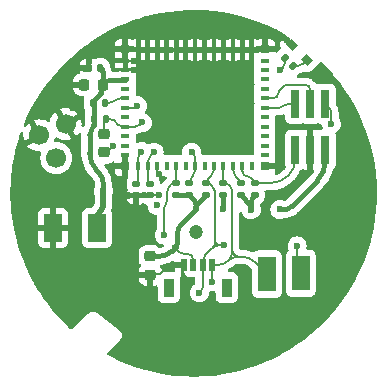
<source format=gbr>
%TF.GenerationSoftware,KiCad,Pcbnew,8.0.3*%
%TF.CreationDate,2025-07-02T10:16:16+03:00*%
%TF.ProjectId,LeafSensorPico,4c656166-5365-46e7-936f-725069636f2e,rev?*%
%TF.SameCoordinates,Original*%
%TF.FileFunction,Copper,L1,Top*%
%TF.FilePolarity,Positive*%
%FSLAX46Y46*%
G04 Gerber Fmt 4.6, Leading zero omitted, Abs format (unit mm)*
G04 Created by KiCad (PCBNEW 8.0.3) date 2025-07-02 10:16:16*
%MOMM*%
%LPD*%
G01*
G04 APERTURE LIST*
G04 Aperture macros list*
%AMRoundRect*
0 Rectangle with rounded corners*
0 $1 Rounding radius*
0 $2 $3 $4 $5 $6 $7 $8 $9 X,Y pos of 4 corners*
0 Add a 4 corners polygon primitive as box body*
4,1,4,$2,$3,$4,$5,$6,$7,$8,$9,$2,$3,0*
0 Add four circle primitives for the rounded corners*
1,1,$1+$1,$2,$3*
1,1,$1+$1,$4,$5*
1,1,$1+$1,$6,$7*
1,1,$1+$1,$8,$9*
0 Add four rect primitives between the rounded corners*
20,1,$1+$1,$2,$3,$4,$5,0*
20,1,$1+$1,$4,$5,$6,$7,0*
20,1,$1+$1,$6,$7,$8,$9,0*
20,1,$1+$1,$8,$9,$2,$3,0*%
%AMRotRect*
0 Rectangle, with rotation*
0 The origin of the aperture is its center*
0 $1 length*
0 $2 width*
0 $3 Rotation angle, in degrees counterclockwise*
0 Add horizontal line*
21,1,$1,$2,0,0,$3*%
%AMFreePoly0*
4,1,6,0.725000,-0.725000,-0.725000,-0.725000,-0.725000,0.125000,-0.125000,0.725000,0.725000,0.725000,0.725000,-0.725000,0.725000,-0.725000,$1*%
G04 Aperture macros list end*
%TA.AperFunction,SMDPad,CuDef*%
%ADD10R,1.500000X3.000000*%
%TD*%
%TA.AperFunction,SMDPad,CuDef*%
%ADD11RoundRect,0.135000X-0.135000X-0.185000X0.135000X-0.185000X0.135000X0.185000X-0.135000X0.185000X0*%
%TD*%
%TA.AperFunction,ComponentPad*%
%ADD12C,1.700000*%
%TD*%
%TA.AperFunction,SMDPad,CuDef*%
%ADD13RoundRect,0.135000X0.185000X-0.135000X0.185000X0.135000X-0.185000X0.135000X-0.185000X-0.135000X0*%
%TD*%
%TA.AperFunction,SMDPad,CuDef*%
%ADD14RoundRect,0.225000X0.225000X0.250000X-0.225000X0.250000X-0.225000X-0.250000X0.225000X-0.250000X0*%
%TD*%
%TA.AperFunction,SMDPad,CuDef*%
%ADD15RoundRect,0.225000X-0.250000X0.225000X-0.250000X-0.225000X0.250000X-0.225000X0.250000X0.225000X0*%
%TD*%
%TA.AperFunction,SMDPad,CuDef*%
%ADD16RoundRect,0.140000X-0.170000X0.140000X-0.170000X-0.140000X0.170000X-0.140000X0.170000X0.140000X0*%
%TD*%
%TA.AperFunction,SMDPad,CuDef*%
%ADD17RoundRect,0.140000X0.140000X0.170000X-0.140000X0.170000X-0.140000X-0.170000X0.140000X-0.170000X0*%
%TD*%
%TA.AperFunction,SMDPad,CuDef*%
%ADD18RoundRect,0.135000X-0.226274X-0.035355X-0.035355X-0.226274X0.226274X0.035355X0.035355X0.226274X0*%
%TD*%
%TA.AperFunction,SMDPad,CuDef*%
%ADD19R,0.500000X1.000000*%
%TD*%
%TA.AperFunction,SMDPad,CuDef*%
%ADD20R,0.900000X1.600000*%
%TD*%
%TA.AperFunction,SMDPad,CuDef*%
%ADD21R,1.510000X2.380000*%
%TD*%
%TA.AperFunction,SMDPad,CuDef*%
%ADD22RotRect,0.800000X0.700000X315.000000*%
%TD*%
%TA.AperFunction,SMDPad,CuDef*%
%ADD23R,0.800000X0.400000*%
%TD*%
%TA.AperFunction,SMDPad,CuDef*%
%ADD24R,0.400000X0.800000*%
%TD*%
%TA.AperFunction,SMDPad,CuDef*%
%ADD25FreePoly0,0.000000*%
%TD*%
%TA.AperFunction,SMDPad,CuDef*%
%ADD26R,1.450000X1.450000*%
%TD*%
%TA.AperFunction,SMDPad,CuDef*%
%ADD27R,0.700000X0.700000*%
%TD*%
%TA.AperFunction,SMDPad,CuDef*%
%ADD28R,0.740000X2.400000*%
%TD*%
%TA.AperFunction,ComponentPad*%
%ADD29C,1.200000*%
%TD*%
%TA.AperFunction,ViaPad*%
%ADD30C,0.600000*%
%TD*%
%TA.AperFunction,Conductor*%
%ADD31C,0.200000*%
%TD*%
%TA.AperFunction,Conductor*%
%ADD32C,0.400000*%
%TD*%
%TA.AperFunction,Conductor*%
%ADD33C,0.500000*%
%TD*%
G04 APERTURE END LIST*
D10*
%TO.P,P2,1,pad*%
%TO.N,/SDA*%
X153314400Y-98729800D03*
%TD*%
%TO.P,P1,1,pad*%
%TO.N,/SCL*%
X150465600Y-98790600D03*
%TD*%
D11*
%TO.P,R7,1*%
%TO.N,+3V3*%
X135708200Y-84328000D03*
%TO.P,R7,2*%
%TO.N,/GPIO2_strap*%
X136728200Y-84328000D03*
%TD*%
D12*
%TO.P,SW1,1,1*%
%TO.N,/GPIO4*%
X132620106Y-88977989D03*
%TO.P,SW1,2,2*%
%TO.N,GND*%
X133396563Y-86080212D03*
%TO.P,SW1,3,3*%
X131173076Y-87037345D03*
%TD*%
D13*
%TO.P,R4,1*%
%TO.N,+3V3*%
X145262600Y-92102400D03*
%TO.P,R4,2*%
%TO.N,/SDA*%
X145262600Y-91082400D03*
%TD*%
%TO.P,R6,1*%
%TO.N,+3V3*%
X148234400Y-92127800D03*
%TO.P,R6,2*%
%TO.N,/GPIO8_strap*%
X148234400Y-91107800D03*
%TD*%
%TO.P,R8,1*%
%TO.N,+3V3*%
X149428200Y-92102400D03*
%TO.P,R8,2*%
%TO.N,/GPIO9_strap*%
X149428200Y-91082400D03*
%TD*%
D14*
%TO.P,C5,1*%
%TO.N,+3V3*%
X136550400Y-82753200D03*
%TO.P,C5,2*%
%TO.N,GND*%
X135000400Y-82753200D03*
%TD*%
D15*
%TO.P,C8,2*%
%TO.N,GND*%
X140563600Y-98832000D03*
%TO.P,C8,1*%
%TO.N,+3V3*%
X140563600Y-97282000D03*
%TD*%
D16*
%TO.P,C1,1*%
%TO.N,Net-(U3-GPIO0{slash}ADC1_CH0{slash}XTAL_32K_P)*%
X139395200Y-91165800D03*
%TO.P,C1,2*%
%TO.N,GND*%
X139395200Y-92125800D03*
%TD*%
D17*
%TO.P,C4,1*%
%TO.N,+3V3*%
X136344600Y-81330800D03*
%TO.P,C4,2*%
%TO.N,GND*%
X135384600Y-81330800D03*
%TD*%
D13*
%TO.P,R5,1*%
%TO.N,+3V3*%
X146710400Y-92127800D03*
%TO.P,R5,2*%
%TO.N,/SCL*%
X146710400Y-91107800D03*
%TD*%
D18*
%TO.P,R9,1*%
%TO.N,/GPIO3*%
X151958152Y-80457152D03*
%TO.P,R9,2*%
%TO.N,Net-(LED1-A)*%
X152679400Y-81178400D03*
%TD*%
D19*
%TO.P,CN3,1,1*%
%TO.N,GND*%
X143397200Y-98006500D03*
%TO.P,CN3,2,2*%
%TO.N,+3V3*%
X144197200Y-98006500D03*
%TO.P,CN3,3,3*%
%TO.N,/SDA*%
X144997200Y-98006500D03*
%TO.P,CN3,4,4*%
%TO.N,/SCL*%
X145797200Y-98006500D03*
D20*
%TO.P,CN3,5,5*%
%TO.N,unconnected-(CN3-Pad5)*%
X147047200Y-99926500D03*
%TO.P,CN3,6,6*%
%TO.N,unconnected-(CN3-Pad6)*%
X142147200Y-99926500D03*
%TD*%
D15*
%TO.P,C3,1*%
%TO.N,/~{ESP_RESET}*%
X136652000Y-86931200D03*
%TO.P,C3,2*%
%TO.N,GND*%
X136652000Y-88481200D03*
%TD*%
D11*
%TO.P,R2,1*%
%TO.N,+3V3*%
X135839200Y-85623400D03*
%TO.P,R2,2*%
%TO.N,/~{ESP_RESET}*%
X136859200Y-85623400D03*
%TD*%
D13*
%TO.P,R11,1*%
%TO.N,+3V3*%
X142773400Y-92129800D03*
%TO.P,R11,2*%
%TO.N,/ALRT*%
X142773400Y-91109800D03*
%TD*%
%TO.P,R3,1*%
%TO.N,+3V3*%
X143891000Y-92127800D03*
%TO.P,R3,2*%
%TO.N,/GPIO4*%
X143891000Y-91107800D03*
%TD*%
D16*
%TO.P,C2,1*%
%TO.N,Net-(U3-GPIO1{slash}ADC1_CH1{slash}XTAL_32K_N)*%
X140563600Y-91140400D03*
%TO.P,C2,2*%
%TO.N,GND*%
X140563600Y-92100400D03*
%TD*%
D21*
%TO.P,C9,1*%
%TO.N,+3V3*%
X136048200Y-94869000D03*
%TO.P,C9,2*%
%TO.N,GND*%
X132328200Y-94869000D03*
%TD*%
D22*
%TO.P,LED1,1,K*%
%TO.N,GND*%
X152600408Y-79397608D03*
%TO.P,LED1,2,A*%
%TO.N,Net-(LED1-A)*%
X153873200Y-80670400D03*
%TD*%
D23*
%TO.P,U3,1,GND*%
%TO.N,GND*%
X138467200Y-80706000D03*
%TO.P,U3,2,GND*%
X138467200Y-81506000D03*
%TO.P,U3,3,3V3*%
%TO.N,+3V3*%
X138467200Y-82306000D03*
%TO.P,U3,4,NC*%
%TO.N,unconnected-(U3-NC-Pad4)*%
X138467200Y-83106000D03*
%TO.P,U3,5,GPIO2/ADC1_CH2*%
%TO.N,/GPIO2_strap*%
X138467200Y-83906000D03*
%TO.P,U3,6,GPIO3/ADC1_CH3*%
%TO.N,/GPIO3*%
X138467200Y-84706000D03*
%TO.P,U3,7,NC*%
%TO.N,unconnected-(U3-NC-Pad7)*%
X138467200Y-85506000D03*
%TO.P,U3,8,EN/CHIP_PU*%
%TO.N,/~{ESP_RESET}*%
X138467200Y-86306000D03*
%TO.P,U3,9,NC*%
%TO.N,unconnected-(U3-NC-Pad9)*%
X138467200Y-87106000D03*
%TO.P,U3,10,NC*%
%TO.N,unconnected-(U3-NC-Pad10)*%
X138467200Y-87906000D03*
%TO.P,U3,11,GND*%
%TO.N,GND*%
X138467200Y-88706000D03*
D24*
%TO.P,U3,12,GPIO0/ADC1_CH0/XTAL_32K_P*%
%TO.N,Net-(U3-GPIO0{slash}ADC1_CH0{slash}XTAL_32K_P)*%
X139567200Y-89606000D03*
%TO.P,U3,13,GPIO1/ADC1_CH1/XTAL_32K_N*%
%TO.N,Net-(U3-GPIO1{slash}ADC1_CH1{slash}XTAL_32K_N)*%
X140367200Y-89606000D03*
%TO.P,U3,14,GND*%
%TO.N,GND*%
X141167200Y-89606000D03*
%TO.P,U3,15,NC*%
%TO.N,unconnected-(U3-NC-Pad15)*%
X141967200Y-89606000D03*
%TO.P,U3,16,GPIO10*%
%TO.N,/ALRT*%
X142767200Y-89606000D03*
%TO.P,U3,17,NC*%
%TO.N,unconnected-(U3-NC-Pad17)*%
X143567200Y-89606000D03*
%TO.P,U3,18,GPIO4/ADC1_CH4*%
%TO.N,/GPIO4*%
X144367200Y-89606000D03*
%TO.P,U3,19,GPIO5/ADC2_CH0*%
%TO.N,unconnected-(U3-GPIO5{slash}ADC2_CH0-Pad19)*%
X145167200Y-89606000D03*
%TO.P,U3,20,GPIO6*%
%TO.N,/SDA*%
X145967200Y-89606000D03*
%TO.P,U3,21,GPIO7*%
%TO.N,/SCL*%
X146767200Y-89606000D03*
%TO.P,U3,22,GPIO8*%
%TO.N,/GPIO8_strap*%
X147567200Y-89606000D03*
%TO.P,U3,23,GPIO9*%
%TO.N,/GPIO9_strap*%
X148367200Y-89606000D03*
%TO.P,U3,24,NC*%
%TO.N,unconnected-(U3-NC-Pad24)*%
X149167200Y-89606000D03*
D23*
%TO.P,U3,25,NC*%
%TO.N,unconnected-(U3-NC-Pad25)*%
X150267200Y-88706000D03*
%TO.P,U3,26,GPIO18/USB_D-*%
%TO.N,unconnected-(U3-GPIO18{slash}USB_D--Pad26)*%
X150267200Y-87906000D03*
%TO.P,U3,27,GPIO19/USB_D+*%
%TO.N,unconnected-(U3-GPIO19{slash}USB_D+-Pad27)*%
X150267200Y-87106000D03*
%TO.P,U3,28,NC*%
%TO.N,unconnected-(U3-NC-Pad28)*%
X150267200Y-86306000D03*
%TO.P,U3,29,NC*%
%TO.N,unconnected-(U3-NC-Pad29)*%
X150267200Y-85506000D03*
%TO.P,U3,30,GPIO20/U0RXD*%
%TO.N,/ESP_RXD*%
X150267200Y-84706000D03*
%TO.P,U3,31,GPIO21/U0TXD*%
%TO.N,/ESP_TXD*%
X150267200Y-83906000D03*
%TO.P,U3,32,NC*%
%TO.N,unconnected-(U3-NC-Pad32)*%
X150267200Y-83106000D03*
%TO.P,U3,33,NC*%
%TO.N,unconnected-(U3-NC-Pad33)*%
X150267200Y-82306000D03*
%TO.P,U3,34,NC*%
%TO.N,unconnected-(U3-NC-Pad34)*%
X150267200Y-81506000D03*
%TO.P,U3,35,NC*%
%TO.N,unconnected-(U3-NC-Pad35)*%
X150267200Y-80706000D03*
D24*
%TO.P,U3,36,GND*%
%TO.N,GND*%
X149167200Y-79806000D03*
%TO.P,U3,37,GND*%
X148367200Y-79806000D03*
%TO.P,U3,38,GND*%
X147567200Y-79806000D03*
%TO.P,U3,39,GND*%
X146767200Y-79806000D03*
%TO.P,U3,40,GND*%
X145967200Y-79806000D03*
%TO.P,U3,41,GND*%
X145167200Y-79806000D03*
%TO.P,U3,42,GND*%
X144367200Y-79806000D03*
%TO.P,U3,43,GND*%
X143567200Y-79806000D03*
%TO.P,U3,44,GND*%
X142767200Y-79806000D03*
%TO.P,U3,45,GND*%
X141967200Y-79806000D03*
%TO.P,U3,46,GND*%
X141167200Y-79806000D03*
%TO.P,U3,47,GND*%
X140367200Y-79806000D03*
%TO.P,U3,48,GND*%
X139567200Y-79806000D03*
D25*
%TO.P,U3,49,GND*%
X142392200Y-82731000D03*
D26*
X142392200Y-84706000D03*
X142392200Y-86681000D03*
X144367200Y-82731000D03*
X144367200Y-84706000D03*
X144367200Y-86681000D03*
X146342200Y-82731000D03*
X146342200Y-84706000D03*
X146342200Y-86681000D03*
D27*
%TO.P,U3,50,GND*%
X150317200Y-79756000D03*
%TO.P,U3,51,GND*%
X150317200Y-89656000D03*
%TO.P,U3,52,GND*%
X138417200Y-89656000D03*
%TO.P,U3,53,GND*%
X138417200Y-79756000D03*
%TD*%
D28*
%TO.P,J1,1,Pin_1*%
%TO.N,/~{ESP_RESET}*%
X155397200Y-84353400D03*
%TO.P,J1,2,Pin_2*%
%TO.N,+3V3*%
X155397200Y-88253400D03*
%TO.P,J1,3,Pin_3*%
%TO.N,/ESP_TXD*%
X154127200Y-84353400D03*
%TO.P,J1,4,Pin_4*%
%TO.N,GND*%
X154127200Y-88253400D03*
%TO.P,J1,5,Pin_5*%
%TO.N,/ESP_RXD*%
X152857200Y-84353400D03*
%TO.P,J1,6,Pin_6*%
%TO.N,/GPIO9_strap*%
X152857200Y-88253400D03*
%TD*%
D29*
%TO.P,CN1,1,1*%
%TO.N,Net-(Q1-D)*%
X144406616Y-95238003D03*
%TD*%
D30*
%TO.N,/SDA*%
X153009600Y-96393000D03*
X146812000Y-96316800D03*
%TO.N,GND*%
X142189200Y-98069400D03*
%TO.N,Net-(U3-GPIO0{slash}ADC1_CH0{slash}XTAL_32K_P)*%
X139827000Y-88417400D03*
%TO.N,GND*%
X145389600Y-85674200D03*
X131572000Y-85267800D03*
X140004800Y-79781400D03*
X138404600Y-90322400D03*
X139192000Y-81506000D03*
X144830800Y-102336600D03*
X140766800Y-79781400D03*
X141300200Y-92125800D03*
X133858000Y-82753200D03*
X144018000Y-103022400D03*
X134035800Y-84759800D03*
X152120600Y-78994000D03*
X148793200Y-79806800D03*
X141960600Y-101574600D03*
X134670800Y-81356200D03*
X151104600Y-89636600D03*
X137845800Y-79730600D03*
X141274800Y-90322400D03*
X143408400Y-85725000D03*
X133324600Y-94869000D03*
X142570200Y-102311200D03*
X148031200Y-79806800D03*
X139192000Y-80706000D03*
X149631400Y-79806800D03*
X145389600Y-83743800D03*
X143230600Y-79857600D03*
X138709400Y-92151200D03*
X137388600Y-87934800D03*
X146405600Y-79832200D03*
X141732000Y-102311200D03*
X141579600Y-79806800D03*
X143408400Y-83667600D03*
X144780000Y-79806800D03*
X143992600Y-79857600D03*
X154076400Y-89941400D03*
X147218400Y-79806800D03*
X142341600Y-103200200D03*
X145592800Y-79806800D03*
X142367000Y-79832200D03*
%TO.N,Net-(U3-GPIO1{slash}ADC1_CH1{slash}XTAL_32K_N)*%
X140893800Y-88468200D03*
%TO.N,/~{ESP_RESET}*%
X155908642Y-86084042D03*
X139903200Y-85953600D03*
%TO.N,+3V3*%
X141122400Y-92964000D03*
X146761200Y-93294200D03*
X151536400Y-93319600D03*
X149123400Y-93345000D03*
X144475200Y-93268800D03*
X136601200Y-91795600D03*
X142659100Y-96583500D03*
%TO.N,/SDA*%
X144729200Y-100380800D03*
%TO.N,/SCL*%
X145821400Y-99441000D03*
%TO.N,/GPIO3*%
X139471400Y-84531200D03*
X151587200Y-81483200D03*
%TO.N,/GPIO4*%
X144068800Y-88468200D03*
%TO.N,/ALRT*%
X141757400Y-95478600D03*
%TD*%
D31*
%TO.N,/ALRT*%
X142770300Y-91106700D02*
G75*
G02*
X142769015Y-91109838I-1300J-1300D01*
G01*
X142767200Y-91099215D02*
G75*
G03*
X142770305Y-91106695I10600J15D01*
G01*
X141884400Y-92862400D02*
G75*
G03*
X141757402Y-93169005I306600J-306600D01*
G01*
X142011400Y-92555794D02*
G75*
G02*
X141884402Y-92862402I-433600J-6D01*
G01*
X142201899Y-91300299D02*
G75*
G03*
X142011402Y-91760207I459901J-459901D01*
G01*
X142582900Y-91109800D02*
G75*
G03*
X142257698Y-91244505I0J-459900D01*
G01*
%TO.N,/GPIO4*%
X144218000Y-88579300D02*
G75*
G02*
X144367202Y-88876421I-221200J-297100D01*
G01*
X144367200Y-89411421D02*
X144367200Y-89800578D01*
%TO.N,/GPIO3*%
X151958152Y-80936666D02*
G75*
G02*
X151798097Y-81323145I-546552J-34D01*
G01*
X151612600Y-81483200D02*
G75*
G03*
X151655956Y-81465235I0J61300D01*
G01*
X151620039Y-81501160D02*
G75*
G03*
X151612600Y-81483165I-7439J7460D01*
G01*
X139384000Y-84618600D02*
G75*
G02*
X139172997Y-84705999I-211000J211000D01*
G01*
X151587200Y-81508600D02*
G75*
G03*
X151605135Y-81516014I10500J0D01*
G01*
X138615450Y-84706000D02*
X138318950Y-84706000D01*
X151655960Y-81465239D02*
X151620039Y-81501160D01*
%TO.N,/SCL*%
X147257776Y-91250776D02*
G75*
G03*
X146912600Y-91107813I-345176J-345224D01*
G01*
X147173650Y-97656950D02*
G75*
G02*
X146329761Y-98006455I-843850J843950D01*
G01*
X149498305Y-97823305D02*
G75*
G03*
X148252800Y-97307397I-1245505J-1245495D01*
G01*
X145809300Y-98018600D02*
G75*
G02*
X145821395Y-98047811I-29200J-29200D01*
G01*
X145814311Y-98006500D02*
G75*
G03*
X145809280Y-98018620I-11J-7100D01*
G01*
X147319000Y-91312000D02*
G75*
G02*
X147523207Y-91804982I-493000J-493000D01*
G01*
X147173650Y-97656950D02*
G75*
G03*
X147523155Y-96813061I-843950J843850D01*
G01*
X148017538Y-97307400D02*
G75*
G03*
X147173639Y-97656939I-38J-1193400D01*
G01*
X147523200Y-96813061D02*
G75*
G03*
X148017538Y-97307400I494300J-39D01*
G01*
%TO.N,/SDA*%
X153009600Y-98643078D02*
G75*
G03*
X153034994Y-98704406I86700J-22D01*
G01*
X146799300Y-96329500D02*
G75*
G02*
X146768639Y-96342216I-30700J30700D01*
G01*
X145204417Y-97213182D02*
G75*
G03*
X144997239Y-97713450I500283J-500218D01*
G01*
X145603695Y-91171495D02*
G75*
G03*
X145388600Y-91082403I-215095J-215105D01*
G01*
X145795000Y-91362800D02*
G75*
G02*
X146075381Y-92039745I-676900J-676900D01*
G01*
X145823952Y-96593647D02*
G75*
G03*
X146075398Y-95986600I-607052J607047D01*
G01*
X146431000Y-96342200D02*
G75*
G03*
X145823951Y-96593646I0J-858500D01*
G01*
X146075400Y-95986600D02*
G75*
G03*
X146431000Y-96342200I355600J0D01*
G01*
X144997200Y-99923295D02*
G75*
G02*
X144863201Y-100246801I-457500J-5D01*
G01*
X144997200Y-97713450D02*
X144997200Y-98299550D01*
D32*
%TO.N,+3V3*%
X143242978Y-94501021D02*
G75*
G03*
X142875012Y-95389400I888422J-888379D01*
G01*
D31*
X144183800Y-97993100D02*
G75*
G03*
X144197319Y-97987550I5600J5600D01*
G01*
D32*
X135605713Y-86593486D02*
G75*
G03*
X135432836Y-87010936I417487J-417414D01*
G01*
X135778627Y-86176036D02*
G75*
G02*
X135605688Y-86593461I-590327J36D01*
G01*
X142875000Y-96138700D02*
G75*
G02*
X142713141Y-96529454I-552600J0D01*
G01*
D33*
X136601200Y-92826969D02*
G75*
G02*
X136324709Y-93494509I-944000J-31D01*
G01*
D31*
X144069500Y-97206500D02*
G75*
G03*
X143761204Y-97078798I-308300J-308300D01*
G01*
D32*
X135778627Y-85288313D02*
X135778627Y-85288313D01*
X135432800Y-88556416D02*
G75*
G03*
X136017005Y-89966795I1994600J16D01*
G01*
D31*
X142906750Y-96831150D02*
G75*
G03*
X143504629Y-97078788I597850J597850D01*
G01*
D32*
X142417800Y-96824800D02*
G75*
G02*
X141314021Y-97282009I-1103800J1103800D01*
G01*
D31*
X144069500Y-97206500D02*
G75*
G02*
X144197202Y-97514795I-308300J-308300D01*
G01*
D32*
X142776814Y-92127800D02*
G75*
G03*
X142774396Y-92128796I-14J-3400D01*
G01*
X136161167Y-90110967D02*
G75*
G02*
X136601190Y-91173300I-1062367J-1062333D01*
G01*
X135778627Y-85519995D02*
G75*
G03*
X135808917Y-85593109I103373J-5D01*
G01*
D33*
X136324700Y-93494500D02*
G75*
G03*
X136048212Y-94162030I667500J-667500D01*
G01*
D31*
X141122400Y-92951300D02*
G75*
G03*
X141113372Y-92947533I-5300J0D01*
G01*
D32*
X142875000Y-95680900D02*
X142875000Y-96138700D01*
X135778627Y-85288313D02*
X135778627Y-84739286D01*
X135778627Y-84739286D02*
X135778627Y-85288313D01*
D31*
%TO.N,/~{ESP_RESET}*%
X137472630Y-85783630D02*
G75*
G03*
X137085800Y-85623411I-386830J-386870D01*
G01*
X136755600Y-85727000D02*
G75*
G03*
X136652005Y-85977112I250100J-250100D01*
G01*
X137005712Y-85623400D02*
G75*
G03*
X136755596Y-85726996I-12J-353700D01*
G01*
X155652921Y-84609121D02*
G75*
G02*
X155908665Y-85226486I-617321J-617379D01*
G01*
X137828052Y-86139052D02*
G75*
G03*
X138231100Y-86305999I403048J403052D01*
G01*
%TO.N,Net-(U3-GPIO1{slash}ADC1_CH1{slash}XTAL_32K_N)*%
X140367200Y-89606000D02*
X140367200Y-90242600D01*
%TO.N,GND*%
X141731716Y-98526883D02*
G75*
G02*
X140995100Y-98832009I-736616J736583D01*
G01*
X142296577Y-98006500D02*
G75*
G03*
X142220657Y-98037957I23J-107400D01*
G01*
X152223740Y-79020940D02*
G75*
G03*
X152158700Y-78994005I-65040J-65060D01*
G01*
X134775484Y-81460884D02*
G75*
G03*
X134998356Y-81553228I222916J222884D01*
G01*
X136909445Y-88413954D02*
G75*
G02*
X136747100Y-88481197I-162345J162354D01*
G01*
X138436071Y-90268675D02*
G75*
G02*
X138420357Y-90306686I-53771J-25D01*
G01*
X143397200Y-97994250D02*
G75*
G02*
X143384950Y-98006500I-12300J50D01*
G01*
X146342200Y-84709300D02*
X146342200Y-84712300D01*
X142392200Y-84703200D02*
X142392200Y-84706000D01*
X141166400Y-79805200D02*
X141167200Y-79806000D01*
X144370000Y-86681000D02*
X144367200Y-86681000D01*
%TO.N,Net-(LED1-A)*%
X153607666Y-80935933D02*
G75*
G02*
X153022300Y-81178409I-585366J585333D01*
G01*
%TO.N,/SDA*%
X153009600Y-98643078D02*
X153009600Y-96393000D01*
X153035000Y-98704400D02*
X153060400Y-98729800D01*
X146812000Y-96316800D02*
X146799300Y-96329500D01*
X146768639Y-96342200D02*
X146431000Y-96342200D01*
%TO.N,/SCL*%
X148252800Y-97307400D02*
X148017538Y-97307400D01*
X149498305Y-97823305D02*
X150465600Y-98790600D01*
%TO.N,+3V3*%
X142659100Y-96583500D02*
X142906750Y-96831150D01*
X144197200Y-97987549D02*
X144197200Y-97514795D01*
X143761204Y-97078800D02*
X143504629Y-97078800D01*
%TO.N,GND*%
X142296577Y-98006500D02*
X143384950Y-98006500D01*
X142220650Y-98037950D02*
X142189200Y-98069400D01*
X141731716Y-98526883D02*
X142189200Y-98069400D01*
X140995100Y-98832000D02*
X140563600Y-98832000D01*
D32*
%TO.N,+3V3*%
X142713143Y-96529456D02*
X142417800Y-96824800D01*
X141314021Y-97282000D02*
X140563600Y-97282000D01*
D31*
%TO.N,Net-(LED1-A)*%
X153022300Y-81178400D02*
X152679400Y-81178400D01*
X153607666Y-80935933D02*
X153873200Y-80670400D01*
%TO.N,Net-(U3-GPIO0{slash}ADC1_CH0{slash}XTAL_32K_P)*%
X139567200Y-89606000D02*
X139567200Y-88860906D01*
X139567200Y-89606000D02*
X139567200Y-90872177D01*
X139481200Y-91079800D02*
X139395200Y-91165800D01*
X139827000Y-88417400D02*
X139801600Y-88442800D01*
X139827000Y-88417400D02*
X139697100Y-88547300D01*
X139567200Y-88860906D02*
G75*
G02*
X139697098Y-88547298I443500J6D01*
G01*
X139481200Y-91079800D02*
G75*
G03*
X139567191Y-90872177I-207600J207600D01*
G01*
%TO.N,GND*%
X143230600Y-79857600D02*
X143479113Y-79857600D01*
X142722473Y-79832200D02*
X142367000Y-79832200D01*
X146767200Y-79806000D02*
X146450326Y-79806000D01*
X142432000Y-82731000D02*
X142392200Y-82731000D01*
X145410883Y-83662316D02*
X146342200Y-82731000D01*
X150230478Y-79806800D02*
X149631400Y-79806800D01*
X145408762Y-85747562D02*
X146342200Y-86681000D01*
X139351839Y-92151200D02*
X138709400Y-92151200D01*
X142367000Y-79832200D02*
X142011926Y-79832200D01*
X148031200Y-79806800D02*
X148365834Y-79806800D01*
X147218400Y-79806800D02*
X147218000Y-79806400D01*
X138467200Y-89570644D02*
X138467200Y-88706000D01*
X142422300Y-86681000D02*
X142392200Y-86681000D01*
X138420335Y-90306664D02*
X138404600Y-90322400D01*
X144367200Y-84733100D02*
X144367200Y-84736100D01*
X141579600Y-79806800D02*
X141168565Y-79806800D01*
D33*
X133324600Y-94869000D02*
X132328200Y-94869000D01*
D31*
X146342200Y-84709300D02*
X146342200Y-84701200D01*
X145592800Y-79806800D02*
X145168565Y-79806800D01*
X139192000Y-81506000D02*
X138467200Y-81506000D01*
X141167200Y-90138715D02*
X141167200Y-89606000D01*
X144367200Y-84678900D02*
X144367200Y-84666200D01*
X138436071Y-89638686D02*
X138436071Y-90268675D01*
X145389600Y-83743800D02*
X144448683Y-84684716D01*
X146418700Y-79819100D02*
X146405600Y-79832200D01*
X146342200Y-84712300D02*
X146342200Y-84713800D01*
X143142513Y-79806000D02*
X142785726Y-79806000D01*
X142400048Y-84675951D02*
X143408400Y-83667600D01*
X139382500Y-92138500D02*
X139395200Y-92125800D01*
X143408400Y-85725000D02*
X144345916Y-84787483D01*
X140576300Y-92113100D02*
X140563600Y-92100400D01*
X143397200Y-97994250D02*
X143397200Y-97982000D01*
X147565834Y-79806800D02*
X147218400Y-79806800D01*
X138404500Y-79743300D02*
X138417200Y-79756000D01*
X139579500Y-79793700D02*
X139567200Y-79806000D01*
X143408400Y-85725000D02*
X144363410Y-86680010D01*
X152223740Y-79020940D02*
X152600408Y-79397608D01*
D33*
X154101800Y-89916000D02*
X154076400Y-89941400D01*
D31*
X145389600Y-83743800D02*
X145389600Y-83713700D01*
X148368565Y-79806800D02*
X148793200Y-79806800D01*
X149165834Y-79806800D02*
X148793200Y-79806800D01*
X142392200Y-84707400D02*
X142392200Y-84706000D01*
X141167200Y-79806000D02*
X141167600Y-79806400D01*
X144368565Y-79806800D02*
X144780000Y-79806800D01*
X133858000Y-82753200D02*
X135000400Y-82753200D01*
X143603686Y-79806000D02*
X143904513Y-79806000D01*
D33*
X154127200Y-89854678D02*
X154127200Y-88253400D01*
D31*
X146011926Y-79832200D02*
X146405600Y-79832200D01*
X144339057Y-84598257D02*
X143408400Y-83667600D01*
X144375048Y-82738848D02*
X145376605Y-83740405D01*
X145165834Y-79806800D02*
X144780000Y-79806800D01*
X144397300Y-84706000D02*
X144394300Y-84706000D01*
X150291800Y-79781400D02*
X150317200Y-79756000D01*
X147217034Y-79806000D02*
X146767200Y-79806000D01*
X135257600Y-81457800D02*
X135384600Y-81330800D01*
X145389600Y-85701300D02*
X145389600Y-85674200D01*
X141166400Y-79805200D02*
X141154900Y-79793700D01*
X145384800Y-83743800D02*
X145389600Y-83743800D01*
X146336684Y-84727115D02*
X145389600Y-85674200D01*
X140384594Y-79806000D02*
X140724805Y-79806000D01*
X142499942Y-82759142D02*
X143408400Y-83667600D01*
X149631400Y-79806800D02*
X149168565Y-79806800D01*
X144370000Y-86681000D02*
X144375000Y-86681000D01*
X145592800Y-79806800D02*
X145593200Y-79806400D01*
X134670800Y-81356200D02*
X134775484Y-81460884D01*
X141125205Y-79781400D02*
X140766800Y-79781400D01*
X144341400Y-79831800D02*
X144366800Y-79806400D01*
X136909445Y-88413954D02*
X137388600Y-87934800D01*
X140004800Y-79781400D02*
X139609194Y-79781400D01*
X142393189Y-84709789D02*
X143408400Y-85725000D01*
X143992600Y-79857600D02*
X144279113Y-79857600D01*
X134998356Y-81553201D02*
X135128911Y-81553201D01*
X139192000Y-80706000D02*
X138467200Y-80706000D01*
D33*
X138373839Y-79730600D02*
X137845800Y-79730600D01*
D31*
X144367200Y-84733100D02*
X144367200Y-84678900D01*
X145389600Y-83743800D02*
X146338805Y-84693005D01*
X144367200Y-86681000D02*
X144365800Y-86681000D01*
X152120600Y-78994000D02*
X152158700Y-78994000D01*
X144388315Y-86675484D02*
X145389600Y-85674200D01*
X141580965Y-79806000D02*
X141948673Y-79806000D01*
X143992600Y-79857600D02*
X143966800Y-79831800D01*
X140004800Y-79781400D02*
X140325205Y-79781400D01*
X141221000Y-90268600D02*
X141274800Y-90322400D01*
X141579600Y-79806800D02*
X141580000Y-79806400D01*
X141300200Y-92125800D02*
X140606960Y-92125800D01*
X143408400Y-83667600D02*
X144337151Y-82738848D01*
X144440562Y-84725162D02*
X145389600Y-85674200D01*
X142392200Y-84703200D02*
X142392200Y-84694900D01*
X145594165Y-79806000D02*
X145948673Y-79806000D01*
X143204800Y-79831800D02*
X143230600Y-79857600D01*
X148031200Y-79806800D02*
X147568565Y-79806800D01*
X140754500Y-79793700D02*
X140766800Y-79781400D01*
X151071482Y-89656000D02*
X150317200Y-89656000D01*
X151094900Y-89646300D02*
X151104600Y-89636600D01*
X136747100Y-88481200D02*
X136652000Y-88481200D01*
X142473683Y-86659716D02*
X143408400Y-85725000D01*
X147566800Y-79806400D02*
G75*
G02*
X147565834Y-79806814I-1000J1000D01*
G01*
X144339057Y-84598257D02*
G75*
G02*
X144367196Y-84666200I-67957J-67943D01*
G01*
X141980300Y-79819100D02*
G75*
G03*
X141948673Y-79806011I-31600J-31600D01*
G01*
X144368565Y-79806800D02*
G75*
G02*
X144367610Y-79806390I35J1400D01*
G01*
X139579500Y-79793700D02*
G75*
G02*
X139609194Y-79781398I29700J-29700D01*
G01*
X145384800Y-83743800D02*
G75*
G02*
X145376603Y-83740407I0J11600D01*
G01*
X143541400Y-79831800D02*
G75*
G02*
X143603686Y-79805994I62300J-62300D01*
G01*
X138442200Y-89631000D02*
G75*
G03*
X138467218Y-89570644I-60400J60400D01*
G01*
X142785726Y-79806000D02*
G75*
G03*
X142754092Y-79819092I-26J-44700D01*
G01*
X141221000Y-90268600D02*
G75*
G02*
X141167194Y-90138715I129900J129900D01*
G01*
X141125205Y-79781400D02*
G75*
G02*
X141154898Y-79793702I-5J-42000D01*
G01*
X141980300Y-79819100D02*
G75*
G03*
X142011926Y-79832189I31600J31600D01*
G01*
X140354900Y-79793700D02*
G75*
G03*
X140325205Y-79781398I-29700J-29700D01*
G01*
X145980300Y-79819100D02*
G75*
G03*
X145948673Y-79806011I-31600J-31600D01*
G01*
X141580000Y-79806400D02*
G75*
G02*
X141580965Y-79805986I1000J-1000D01*
G01*
X150230478Y-79806800D02*
G75*
G03*
X150291806Y-79781406I22J86700D01*
G01*
X143204800Y-79831800D02*
G75*
G03*
X143142513Y-79805994I-62300J-62300D01*
G01*
X144356100Y-82731000D02*
G75*
G03*
X144337151Y-82738848I0J-26800D01*
G01*
X149167600Y-79806400D02*
G75*
G03*
X149168565Y-79806814I1000J1000D01*
G01*
X138436071Y-89638686D02*
G75*
G02*
X138442187Y-89630980I14229J-5014D01*
G01*
X141168565Y-79806800D02*
G75*
G02*
X141167610Y-79806390I35J1400D01*
G01*
X151071482Y-89656000D02*
G75*
G03*
X151094905Y-89646305I18J33100D01*
G01*
X148366800Y-79806400D02*
G75*
G02*
X148367600Y-79806400I400J-399D01*
G01*
X147566800Y-79806400D02*
G75*
G02*
X147567600Y-79806400I400J-399D01*
G01*
X145167600Y-79806400D02*
G75*
G03*
X145166800Y-79806400I-400J-399D01*
G01*
X146418700Y-79819100D02*
G75*
G02*
X146450326Y-79806011I31600J-31600D01*
G01*
X142392200Y-84707400D02*
G75*
G03*
X142393185Y-84709793I3400J0D01*
G01*
X145167600Y-79806400D02*
G75*
G03*
X145168565Y-79806814I1000J1000D01*
G01*
X149166800Y-79806400D02*
G75*
G02*
X149165834Y-79806814I-1000J1000D01*
G01*
X139351839Y-92151200D02*
G75*
G03*
X139382488Y-92138488I-39J43400D01*
G01*
X142473683Y-86659716D02*
G75*
G02*
X142422300Y-86680990I-51383J51416D01*
G01*
X142754100Y-79819100D02*
G75*
G02*
X142722473Y-79832189I-31600J31600D01*
G01*
X148366800Y-79806400D02*
G75*
G02*
X148365834Y-79806814I-1000J1000D01*
G01*
X143966800Y-79831800D02*
G75*
G03*
X143904513Y-79805994I-62300J-62300D01*
G01*
X144345916Y-84787483D02*
G75*
G03*
X144367190Y-84736100I-51416J51383D01*
G01*
X144397300Y-84706000D02*
G75*
G03*
X144448690Y-84684723I0J72700D01*
G01*
X145593200Y-79806400D02*
G75*
G02*
X145594165Y-79805986I1000J-1000D01*
G01*
X135128911Y-81553201D02*
G75*
G03*
X135257612Y-81457811I-205811J412201D01*
G01*
X147217034Y-79806000D02*
G75*
G02*
X147217990Y-79806410I-34J-1400D01*
G01*
D33*
X154101800Y-89916000D02*
G75*
G03*
X154127191Y-89854678I-61300J61300D01*
G01*
D31*
X140576300Y-92113100D02*
G75*
G03*
X140606960Y-92125816I30700J30700D01*
G01*
X144394300Y-84706000D02*
G75*
G02*
X144367200Y-84678900I0J27100D01*
G01*
X147567600Y-79806400D02*
G75*
G03*
X147568565Y-79806814I1000J1000D01*
G01*
X144367200Y-84733100D02*
G75*
G02*
X144394300Y-84706000I27100J0D01*
G01*
X144341400Y-79831800D02*
G75*
G02*
X144279113Y-79857606I-62300J62300D01*
G01*
X145980300Y-79819100D02*
G75*
G03*
X146011926Y-79832189I31600J31600D01*
G01*
X145410883Y-83662316D02*
G75*
G03*
X145389609Y-83713700I51417J-51384D01*
G01*
X140754500Y-79793700D02*
G75*
G02*
X140724805Y-79806002I-29700J29700D01*
G01*
X138404500Y-79743300D02*
G75*
G03*
X138373839Y-79730584I-30700J-30700D01*
G01*
X144367600Y-79806400D02*
G75*
G03*
X144366800Y-79806400I-400J-399D01*
G01*
X142432000Y-82731000D02*
G75*
G02*
X142499945Y-82759139I0J-96100D01*
G01*
X144394300Y-84706000D02*
X144394300Y-84706000D01*
X142392200Y-84694900D02*
G75*
G02*
X142400048Y-84675951I26800J0D01*
G01*
X144375048Y-82738848D02*
G75*
G03*
X144356100Y-82731001I-18948J-18952D01*
G01*
X144363410Y-86680010D02*
G75*
G03*
X144365800Y-86680994I2390J2410D01*
G01*
X143541400Y-79831800D02*
G75*
G02*
X143479113Y-79857606I-62300J62300D01*
G01*
X149167600Y-79806400D02*
G75*
G03*
X149166800Y-79806400I-400J-399D01*
G01*
X145408762Y-85747562D02*
G75*
G02*
X145389593Y-85701300I46238J46262D01*
G01*
X144440562Y-84725162D02*
G75*
G03*
X144394300Y-84705993I-46262J-46238D01*
G01*
X145165834Y-79806800D02*
G75*
G03*
X145166790Y-79806390I-34J1400D01*
G01*
X146342200Y-84701200D02*
G75*
G03*
X146338807Y-84693003I-11600J0D01*
G01*
X148367600Y-79806400D02*
G75*
G03*
X148368565Y-79806814I1000J1000D01*
G01*
X144388315Y-86675484D02*
G75*
G02*
X144375000Y-86681008I-13315J13284D01*
G01*
X146336684Y-84727115D02*
G75*
G03*
X146342208Y-84713800I-13284J13315D01*
G01*
X140384594Y-79806000D02*
G75*
G02*
X140354902Y-79793698I6J42000D01*
G01*
%TO.N,Net-(U3-GPIO1{slash}ADC1_CH1{slash}XTAL_32K_N)*%
X140902780Y-88433819D02*
X140919200Y-88417400D01*
X140893800Y-88455500D02*
X140893800Y-88468200D01*
X140367200Y-90242600D02*
X140367200Y-90805124D01*
X140881100Y-88468200D02*
X140893800Y-88468200D01*
X140367200Y-89606000D02*
X140367200Y-89287700D01*
X140592272Y-88744327D02*
X140859419Y-88477180D01*
X140465400Y-91042200D02*
X140563600Y-91140400D01*
X140902780Y-88433819D02*
G75*
G03*
X140893811Y-88455500I21720J-21681D01*
G01*
X140592272Y-88744327D02*
G75*
G03*
X140367186Y-89287700I543328J-543373D01*
G01*
X140859419Y-88477180D02*
G75*
G02*
X140881100Y-88468211I21681J-21720D01*
G01*
X140465400Y-91042200D02*
G75*
G02*
X140367190Y-90805124I237100J237100D01*
G01*
%TO.N,/~{ESP_RESET}*%
X139868819Y-85962580D02*
X139886779Y-85944619D01*
X138231100Y-86306000D02*
X138467200Y-86306000D01*
X155652921Y-84609121D02*
X155397200Y-84353400D01*
X136652000Y-85977112D02*
X136652000Y-86931200D01*
X139903200Y-85940900D02*
X139903200Y-85953600D01*
X139276215Y-86306000D02*
X138469462Y-86306000D01*
X139890500Y-85953600D02*
X139903200Y-85953600D01*
X137472630Y-85783630D02*
X137828052Y-86139052D01*
X137085800Y-85623400D02*
X137005712Y-85623400D01*
X139868819Y-85962580D02*
X139701600Y-86129800D01*
X155908642Y-86084042D02*
X155908642Y-85226486D01*
X139894219Y-85937180D02*
X139886779Y-85944619D01*
X139701600Y-86129800D02*
G75*
G02*
X139276215Y-86306006I-425400J425400D01*
G01*
X139868819Y-85962580D02*
G75*
G02*
X139890500Y-85953611I21681J-21720D01*
G01*
X139894219Y-85937180D02*
G75*
G02*
X139903133Y-85940900I3681J-3720D01*
G01*
X138465600Y-86307600D02*
G75*
G02*
X138461737Y-86309215I-3900J3900D01*
G01*
X139890500Y-85953600D02*
G75*
G02*
X139886732Y-85944573I0J5300D01*
G01*
X138465600Y-86307600D02*
G75*
G02*
X138469462Y-86305985I3900J-3900D01*
G01*
D32*
%TO.N,+3V3*%
X146735800Y-92153200D02*
X146710400Y-92127800D01*
X138446800Y-82326400D02*
X138467200Y-82306000D01*
X149007363Y-92900763D02*
X148234400Y-92127800D01*
X135808913Y-85593113D02*
X135839200Y-85623400D01*
D33*
X136601200Y-92826969D02*
X136601200Y-91795600D01*
D31*
X136048200Y-94162030D02*
X136048200Y-94869000D01*
D32*
X135778627Y-84058372D02*
X135778627Y-84739286D01*
X143242978Y-94501021D02*
X144475200Y-93268800D01*
X136361814Y-83475185D02*
X135778627Y-84058372D01*
X135432800Y-87010936D02*
X135432800Y-88556416D01*
X143891000Y-92127800D02*
X142776814Y-92127800D01*
X136447500Y-81433700D02*
X136344600Y-81330800D01*
X151904700Y-93319600D02*
X151536400Y-93319600D01*
X149123400Y-93180900D02*
X149123400Y-93345000D01*
X142774400Y-92128800D02*
X142773400Y-92129800D01*
X144475200Y-93079300D02*
X144475200Y-93268800D01*
X136601200Y-91795600D02*
X136601200Y-91173300D01*
X143891000Y-92127800D02*
X144278341Y-92515141D01*
X146761200Y-93294200D02*
X146761200Y-92214521D01*
X135778627Y-85288313D02*
X135778627Y-85519995D01*
X135778627Y-86176036D02*
X135778627Y-85288313D01*
X136738985Y-82564614D02*
X136753599Y-82549999D01*
X142875000Y-95389400D02*
X142875000Y-95680900D01*
X144475200Y-92990400D02*
X144475200Y-93268800D01*
X136550400Y-82486500D02*
X136550400Y-83019900D01*
X151536400Y-93319600D02*
X152050600Y-93319600D01*
X136017000Y-89966800D02*
X136161167Y-90110967D01*
X144609196Y-92755803D02*
X145262600Y-92102400D01*
D31*
X141122400Y-92964000D02*
X141122400Y-92951300D01*
X141113419Y-92947580D02*
X141071600Y-92989400D01*
D32*
X136550400Y-82486500D02*
X136550400Y-81682122D01*
X149123400Y-92622726D02*
X149123400Y-93345000D01*
X149275800Y-92254800D02*
X149428200Y-92102400D01*
X155397200Y-89224400D02*
X155397200Y-88253400D01*
X137244168Y-82346800D02*
X138397550Y-82346800D01*
D31*
X144183800Y-97993100D02*
X144170400Y-97979700D01*
D32*
X152533427Y-93059172D02*
X154710599Y-90882000D01*
X136550400Y-82486500D02*
G75*
G03*
X136739021Y-82564650I110500J0D01*
G01*
X138397550Y-82346800D02*
G75*
G03*
X138446785Y-82326385I-50J69700D01*
G01*
X144475200Y-93079300D02*
G75*
G02*
X144609195Y-92755802I457500J0D01*
G01*
X146735800Y-92153200D02*
G75*
G02*
X146761191Y-92214521I-61300J-61300D01*
G01*
X136550400Y-83019900D02*
G75*
G02*
X136738979Y-82564608I643900J0D01*
G01*
X152533427Y-93059172D02*
G75*
G02*
X151904700Y-93319586I-628727J628772D01*
G01*
X137244168Y-82346800D02*
G75*
G03*
X136753609Y-82550009I32J-693800D01*
G01*
X136550400Y-83019900D02*
G75*
G02*
X136361821Y-83475192I-643900J0D01*
G01*
X149007363Y-92900763D02*
G75*
G02*
X149123392Y-93180900I-280163J-280137D01*
G01*
X144475200Y-92990400D02*
G75*
G03*
X144278337Y-92515145I-672100J0D01*
G01*
X136447500Y-81433700D02*
G75*
G02*
X136550391Y-81682122I-248400J-248400D01*
G01*
X155397200Y-89224400D02*
G75*
G02*
X154710599Y-90882000I-2344200J0D01*
G01*
X149123400Y-92622726D02*
G75*
G02*
X149275792Y-92254792I520300J26D01*
G01*
D31*
%TO.N,/ESP_RXD*%
X151462752Y-84709000D02*
X150272321Y-84709000D01*
X150268700Y-84707500D02*
X150267200Y-84706000D01*
X152321247Y-84353400D02*
X152857200Y-84353400D01*
X150272321Y-84709000D02*
G75*
G02*
X150268694Y-84707506I-21J5100D01*
G01*
X151892000Y-84531200D02*
G75*
G02*
X152321247Y-84353420I429200J-429200D01*
G01*
X151462752Y-84709000D02*
G75*
G03*
X151892035Y-84531235I48J607100D01*
G01*
%TO.N,/GPIO9_strap*%
X148367200Y-90058535D02*
X148367200Y-89606000D01*
X152296322Y-90400677D02*
X152235900Y-90461100D01*
X152857200Y-89046600D02*
X152857200Y-88253400D01*
X149392986Y-90947586D02*
X149087743Y-90642343D01*
X148504000Y-90388800D02*
X148524056Y-90408856D01*
X150735949Y-91082400D02*
X149478000Y-91082400D01*
X148504000Y-90388800D02*
G75*
G02*
X148367185Y-90058535I330300J330300D01*
G01*
X148805900Y-90525600D02*
G75*
G02*
X149087746Y-90642340I0J-398600D01*
G01*
X152296322Y-90400677D02*
G75*
G03*
X152857186Y-89046600I-1354122J1354077D01*
G01*
X149392986Y-90947586D02*
G75*
G02*
X149428208Y-91032600I-84986J-85014D01*
G01*
X152235900Y-90461100D02*
G75*
G02*
X150735949Y-91082420I-1500000J1500000D01*
G01*
X149428200Y-91032600D02*
G75*
G03*
X149478000Y-91082400I49800J0D01*
G01*
X148805900Y-90525600D02*
G75*
G02*
X148524053Y-90408859I0J398600D01*
G01*
%TO.N,/ESP_TXD*%
X151294197Y-83757402D02*
X151264800Y-83786800D01*
X154127200Y-83186805D02*
X154127200Y-84353400D01*
X153693594Y-82753200D02*
X152031700Y-82753200D01*
X152010019Y-82787580D02*
X151473802Y-83323797D01*
X150977025Y-83906000D02*
X150267200Y-83906000D01*
X154000200Y-82880200D02*
G75*
G02*
X154127198Y-83186805I-306600J-306600D01*
G01*
X151384000Y-83540600D02*
G75*
G02*
X151473804Y-83323799I306600J0D01*
G01*
X151384000Y-83540600D02*
G75*
G02*
X151294196Y-83757401I-306600J0D01*
G01*
X151264800Y-83786800D02*
G75*
G02*
X150977025Y-83906011I-287800J287800D01*
G01*
X154000200Y-82880200D02*
G75*
G03*
X153693594Y-82753202I-306600J-306600D01*
G01*
X152019000Y-82765900D02*
G75*
G02*
X152010028Y-82787589I-30700J0D01*
G01*
X152019000Y-82765900D02*
G75*
G02*
X152031700Y-82753200I12700J0D01*
G01*
%TO.N,/SDA*%
X146075400Y-92039745D02*
X146075400Y-95986600D01*
X145388600Y-91082400D02*
X145262600Y-91082400D01*
X145603695Y-91171495D02*
X145795000Y-91362800D01*
X145364200Y-90956400D02*
X145364200Y-91082400D01*
X145204417Y-97213182D02*
X145823952Y-96593647D01*
X145747501Y-90447097D02*
X145453295Y-90741304D01*
X144997200Y-98299550D02*
X144997200Y-99923295D01*
X145967200Y-89916700D02*
X145967200Y-89606000D01*
X144729200Y-100380800D02*
X144863200Y-100246800D01*
X145967200Y-89916700D02*
G75*
G02*
X145747503Y-90447099I-750100J0D01*
G01*
X145364200Y-90956400D02*
G75*
G02*
X145453294Y-90741303I304200J0D01*
G01*
%TO.N,/SCL*%
X145821400Y-98047811D02*
X145821400Y-99441000D01*
X146767200Y-91010836D02*
X146767200Y-89606000D01*
X146912600Y-91107800D02*
X146710400Y-91107800D01*
X147257776Y-91250776D02*
X147319000Y-91312000D01*
X146329761Y-98006500D02*
X145814311Y-98006500D01*
X146750563Y-91107800D02*
X146925300Y-91107800D01*
X147523200Y-91804982D02*
X147523200Y-96813061D01*
X146767200Y-91010836D02*
G75*
G02*
X146738789Y-91079389I-97000J36D01*
G01*
X146738800Y-91079400D02*
G75*
G03*
X146750563Y-91107888I11800J-11800D01*
G01*
%TO.N,/GPIO8_strap*%
X148234400Y-91032600D02*
X148234400Y-91107800D01*
X147809101Y-90532101D02*
X148181225Y-90904225D01*
X147567200Y-89948100D02*
X147567200Y-89606000D01*
X148181225Y-90904225D02*
G75*
G02*
X148234385Y-91032600I-128425J-128375D01*
G01*
X147567200Y-89948100D02*
G75*
G03*
X147809102Y-90532100I825900J0D01*
G01*
%TO.N,/GPIO2_strap*%
X137020300Y-84328000D02*
X136728200Y-84328000D01*
X138032799Y-83906000D02*
X138467200Y-83906000D01*
X137523400Y-84117000D02*
X137518945Y-84121454D01*
X137523400Y-84117000D02*
G75*
G02*
X138032799Y-83906000I509400J-509400D01*
G01*
X137518945Y-84121454D02*
G75*
G02*
X137020300Y-84327997I-498645J498654D01*
G01*
%TO.N,/GPIO3*%
X151620039Y-81501160D02*
X151605160Y-81516039D01*
X138318950Y-84706000D02*
X138170700Y-84706000D01*
X151587200Y-81483200D02*
X151587200Y-81508600D01*
X151798075Y-81323123D02*
X151655960Y-81465239D01*
X138615450Y-84706000D02*
X139172997Y-84706000D01*
X139471400Y-84531200D02*
X139384000Y-84618600D01*
X151958152Y-80936666D02*
X151958152Y-80457152D01*
X151587200Y-81483200D02*
X151612600Y-81483200D01*
%TO.N,/GPIO4*%
X143967200Y-90892900D02*
X143967200Y-91107800D01*
X144068800Y-88468200D02*
X144218000Y-88579300D01*
X144068800Y-88468200D02*
X144170400Y-88493600D01*
X144367200Y-89800578D02*
X144367200Y-89995157D01*
X144367200Y-89411421D02*
X144367200Y-88876421D01*
X144167200Y-90478000D02*
X144119157Y-90526042D01*
X143638000Y-91107800D02*
X143891000Y-91107800D01*
X144167200Y-90478000D02*
G75*
G03*
X144367153Y-89995157I-482900J482800D01*
G01*
X143967200Y-90892900D02*
G75*
G02*
X144119161Y-90526046I518800J0D01*
G01*
%TO.N,/ALRT*%
X142011400Y-92555794D02*
X142011400Y-91760207D01*
X142201899Y-91300299D02*
X142257696Y-91244503D01*
X142767200Y-91099215D02*
X142767200Y-89606000D01*
X142769015Y-91109800D02*
X142582900Y-91109800D01*
X141757400Y-93169005D02*
X141757400Y-95478600D01*
%TD*%
%TA.AperFunction,Conductor*%
%TO.N,GND*%
G36*
X155056647Y-80821427D02*
G01*
X155077500Y-80838273D01*
X155192490Y-80953827D01*
X155514736Y-81277653D01*
X155518997Y-81282155D01*
X156033887Y-81854086D01*
X156037918Y-81858795D01*
X156070972Y-81899423D01*
X156522876Y-82454877D01*
X156523586Y-82455749D01*
X156527377Y-82460654D01*
X156982607Y-83081134D01*
X156986148Y-83086222D01*
X157409802Y-83728675D01*
X157413084Y-83733933D01*
X157804108Y-84396763D01*
X157807123Y-84402179D01*
X158164535Y-85083724D01*
X158167275Y-85089284D01*
X158490168Y-85787807D01*
X158492628Y-85793497D01*
X158520496Y-85862666D01*
X158701527Y-86311993D01*
X158780220Y-86507310D01*
X158782388Y-86513104D01*
X158845598Y-86695852D01*
X159033953Y-87240412D01*
X159035832Y-87246319D01*
X159250730Y-87985262D01*
X159252312Y-87991256D01*
X159430016Y-88740030D01*
X159431296Y-88746095D01*
X159571360Y-89502812D01*
X159572335Y-89508933D01*
X159674408Y-90271707D01*
X159675073Y-90277825D01*
X159738257Y-91033744D01*
X159738616Y-91039844D01*
X159764485Y-91797983D01*
X159764543Y-91804093D01*
X159753036Y-92562583D01*
X159752793Y-92568688D01*
X159703936Y-93325701D01*
X159703392Y-93331787D01*
X159617304Y-94085460D01*
X159616461Y-94091512D01*
X159493351Y-94840031D01*
X159492211Y-94846034D01*
X159332380Y-95587578D01*
X159330946Y-95593517D01*
X159134778Y-96326290D01*
X159133053Y-96332152D01*
X158901025Y-97054379D01*
X158899013Y-97060149D01*
X158631694Y-97770055D01*
X158629401Y-97775718D01*
X158327426Y-98471618D01*
X158324856Y-98477161D01*
X157988989Y-99157299D01*
X157986150Y-99162710D01*
X157617156Y-99825531D01*
X157614053Y-99830794D01*
X157212885Y-100474588D01*
X157209527Y-100479693D01*
X156777112Y-101102973D01*
X156773506Y-101107906D01*
X156310925Y-101709114D01*
X156307081Y-101713863D01*
X155815445Y-102291553D01*
X155811372Y-102296107D01*
X155291868Y-102848886D01*
X155287575Y-102853234D01*
X154741484Y-103379739D01*
X154736982Y-103383871D01*
X154165597Y-103882855D01*
X154160897Y-103886759D01*
X153565648Y-104356973D01*
X153560762Y-104360641D01*
X152943054Y-104800975D01*
X152938008Y-104804387D01*
X152353289Y-105179190D01*
X152299373Y-105213750D01*
X152294150Y-105216919D01*
X151636113Y-105594332D01*
X151630739Y-105597241D01*
X150954911Y-105941778D01*
X150949401Y-105944418D01*
X150257417Y-106255249D01*
X150251783Y-106257614D01*
X149545349Y-106533970D01*
X149539606Y-106536055D01*
X148820412Y-106777279D01*
X148814573Y-106779079D01*
X148084357Y-106984585D01*
X148078436Y-106986095D01*
X147338980Y-107155381D01*
X147332992Y-107156597D01*
X146586114Y-107289250D01*
X146580074Y-107290170D01*
X145827569Y-107385869D01*
X145821490Y-107386491D01*
X145065158Y-107445007D01*
X145059056Y-107445328D01*
X144300773Y-107466516D01*
X144294663Y-107466536D01*
X143536258Y-107450345D01*
X143530155Y-107450064D01*
X142773477Y-107396534D01*
X142767396Y-107395953D01*
X142686920Y-107386257D01*
X142014260Y-107305211D01*
X142008214Y-107304331D01*
X141260465Y-107176601D01*
X141254469Y-107175424D01*
X140513924Y-107011015D01*
X140507993Y-107009544D01*
X139776443Y-106808854D01*
X139770593Y-106807093D01*
X139682691Y-106778253D01*
X139465546Y-106707009D01*
X139049806Y-106570607D01*
X139044049Y-106568559D01*
X138335818Y-106296865D01*
X138330169Y-106294537D01*
X137782109Y-106052683D01*
X137636153Y-105988273D01*
X137630630Y-105985672D01*
X136980159Y-105659442D01*
X136929058Y-105611792D01*
X136911831Y-105544080D01*
X136933947Y-105477802D01*
X136946272Y-105462753D01*
X137994623Y-104370097D01*
X138009378Y-104356989D01*
X138022158Y-104347342D01*
X138043003Y-104320610D01*
X138051298Y-104311028D01*
X138074772Y-104286563D01*
X138082486Y-104272539D01*
X138093349Y-104256049D01*
X138103198Y-104243422D01*
X138116418Y-104212195D01*
X138121948Y-104200797D01*
X138138289Y-104171095D01*
X138142110Y-104155553D01*
X138148340Y-104136805D01*
X138154581Y-104122067D01*
X138159268Y-104088488D01*
X138161661Y-104076040D01*
X138169756Y-104043124D01*
X138169425Y-104027126D01*
X138170590Y-104007409D01*
X138172804Y-103991552D01*
X138172804Y-103991549D01*
X138168640Y-103957891D01*
X138167731Y-103945268D01*
X138167030Y-103911367D01*
X138162566Y-103895988D01*
X138158590Y-103876649D01*
X138156625Y-103860761D01*
X138143898Y-103829343D01*
X138139743Y-103817361D01*
X138130295Y-103784806D01*
X138122007Y-103771113D01*
X138113162Y-103753465D01*
X138107148Y-103738618D01*
X138086715Y-103711555D01*
X138079604Y-103701057D01*
X138062058Y-103672068D01*
X138062056Y-103672067D01*
X138062056Y-103672066D01*
X138050498Y-103660976D01*
X138037393Y-103646226D01*
X138027742Y-103633443D01*
X138027740Y-103633442D01*
X138027740Y-103633441D01*
X138001014Y-103612600D01*
X137991418Y-103604293D01*
X137966963Y-103580829D01*
X137966962Y-103580828D01*
X137966955Y-103580824D01*
X137952927Y-103573106D01*
X137936444Y-103562245D01*
X136060834Y-102099586D01*
X136045641Y-102085551D01*
X136043742Y-102083478D01*
X136036444Y-102075508D01*
X136005850Y-102056003D01*
X135996255Y-102049226D01*
X135967650Y-102026918D01*
X135967644Y-102026915D01*
X135955111Y-102021608D01*
X135936805Y-102011983D01*
X135925322Y-102004663D01*
X135890714Y-101993738D01*
X135879693Y-101989676D01*
X135846292Y-101975533D01*
X135832807Y-101973650D01*
X135812642Y-101969093D01*
X135799649Y-101964992D01*
X135763392Y-101963397D01*
X135751700Y-101962326D01*
X135715773Y-101957310D01*
X135702259Y-101958982D01*
X135681595Y-101959799D01*
X135667995Y-101959201D01*
X135667985Y-101959201D01*
X135632560Y-101967042D01*
X135620993Y-101969034D01*
X135584985Y-101973489D01*
X135584976Y-101973491D01*
X135572355Y-101978603D01*
X135552619Y-101984738D01*
X135539323Y-101987681D01*
X135507130Y-102004426D01*
X135496471Y-102009343D01*
X135462844Y-102022965D01*
X135462837Y-102022969D01*
X135451971Y-102031172D01*
X135434493Y-102042207D01*
X135422412Y-102048491D01*
X135422405Y-102048496D01*
X135395640Y-102073004D01*
X135386621Y-102080510D01*
X135357665Y-102102372D01*
X135349294Y-102113107D01*
X135335257Y-102128300D01*
X133946796Y-103399743D01*
X133884060Y-103430501D01*
X133814655Y-103422458D01*
X133780382Y-103400712D01*
X133700097Y-103328893D01*
X133616458Y-103254073D01*
X133611943Y-103249827D01*
X133064706Y-102708692D01*
X133060452Y-102704268D01*
X132540948Y-102136472D01*
X132536911Y-102131832D01*
X132046430Y-101538780D01*
X132042600Y-101533906D01*
X131706944Y-101084046D01*
X131582386Y-100917108D01*
X131578811Y-100912059D01*
X131497641Y-100791099D01*
X131193909Y-100338473D01*
X131149990Y-100273024D01*
X131146666Y-100267792D01*
X130750326Y-99608145D01*
X130747267Y-99602753D01*
X130732845Y-99575782D01*
X130481279Y-99105322D01*
X139588601Y-99105322D01*
X139598744Y-99204607D01*
X139652052Y-99365481D01*
X139652057Y-99365492D01*
X139741024Y-99509728D01*
X139741027Y-99509732D01*
X139860867Y-99629572D01*
X139860871Y-99629575D01*
X140005107Y-99718542D01*
X140005118Y-99718547D01*
X140165993Y-99771855D01*
X140265283Y-99781999D01*
X140313599Y-99781998D01*
X140313600Y-99781998D01*
X140313600Y-99082000D01*
X139588601Y-99082000D01*
X139588601Y-99105322D01*
X130481279Y-99105322D01*
X130384369Y-98924087D01*
X130381612Y-98918606D01*
X130053076Y-98222642D01*
X130050576Y-98216982D01*
X130030795Y-98169003D01*
X129757244Y-97505499D01*
X129755043Y-97499757D01*
X129497625Y-96774487D01*
X129495700Y-96768601D01*
X129489620Y-96748305D01*
X129297458Y-96106844D01*
X131073200Y-96106844D01*
X131079601Y-96166372D01*
X131079603Y-96166379D01*
X131129845Y-96301086D01*
X131129849Y-96301093D01*
X131216009Y-96416187D01*
X131216012Y-96416190D01*
X131331106Y-96502350D01*
X131331113Y-96502354D01*
X131465820Y-96552596D01*
X131465827Y-96552598D01*
X131525355Y-96558999D01*
X131525372Y-96559000D01*
X132078200Y-96559000D01*
X132578200Y-96559000D01*
X133131028Y-96559000D01*
X133131044Y-96558999D01*
X133190572Y-96552598D01*
X133190579Y-96552596D01*
X133325286Y-96502354D01*
X133325293Y-96502350D01*
X133440387Y-96416190D01*
X133440390Y-96416187D01*
X133526550Y-96301093D01*
X133526554Y-96301086D01*
X133576796Y-96166379D01*
X133576798Y-96166372D01*
X133583199Y-96106844D01*
X133583200Y-96106827D01*
X133583200Y-95119000D01*
X132578200Y-95119000D01*
X132578200Y-96559000D01*
X132078200Y-96559000D01*
X132078200Y-95119000D01*
X131073200Y-95119000D01*
X131073200Y-96106844D01*
X129297458Y-96106844D01*
X129274847Y-96031367D01*
X129273229Y-96025427D01*
X129089494Y-95278077D01*
X129088178Y-95272081D01*
X128942025Y-94516500D01*
X128941000Y-94510387D01*
X128832789Y-93748461D01*
X128832071Y-93742304D01*
X128827707Y-93694521D01*
X128821919Y-93631155D01*
X131073200Y-93631155D01*
X131073200Y-94619000D01*
X132078200Y-94619000D01*
X132578200Y-94619000D01*
X133583200Y-94619000D01*
X133583200Y-93631172D01*
X133583199Y-93631155D01*
X133576798Y-93571627D01*
X133576796Y-93571620D01*
X133526554Y-93436913D01*
X133526550Y-93436906D01*
X133440390Y-93321812D01*
X133440387Y-93321809D01*
X133325293Y-93235649D01*
X133325286Y-93235645D01*
X133190579Y-93185403D01*
X133190572Y-93185401D01*
X133131044Y-93179000D01*
X132578200Y-93179000D01*
X132578200Y-94619000D01*
X132078200Y-94619000D01*
X132078200Y-93179000D01*
X131525355Y-93179000D01*
X131465827Y-93185401D01*
X131465820Y-93185403D01*
X131331113Y-93235645D01*
X131331106Y-93235649D01*
X131216012Y-93321809D01*
X131216009Y-93321812D01*
X131129849Y-93436906D01*
X131129845Y-93436913D01*
X131079603Y-93571620D01*
X131079601Y-93571627D01*
X131073200Y-93631155D01*
X128821919Y-93631155D01*
X128762071Y-92975909D01*
X128761663Y-92969737D01*
X128730049Y-92200811D01*
X128729950Y-92194657D01*
X128736803Y-91425082D01*
X128737013Y-91418903D01*
X128737727Y-91406793D01*
X128782315Y-90650637D01*
X128782827Y-90644543D01*
X128866470Y-89879459D01*
X128867297Y-89873331D01*
X128870570Y-89852910D01*
X128989056Y-89113462D01*
X128990187Y-89107384D01*
X128992067Y-89098517D01*
X129149779Y-88354493D01*
X129151198Y-88348540D01*
X129348213Y-87604581D01*
X129349946Y-87598641D01*
X129349987Y-87598514D01*
X129583889Y-86865463D01*
X129585904Y-86859655D01*
X129590048Y-86848608D01*
X129632026Y-86792755D01*
X129697537Y-86768463D01*
X129765782Y-86783446D01*
X129815093Y-86832945D01*
X129829814Y-86901246D01*
X129829675Y-86902971D01*
X129817919Y-87037343D01*
X129817919Y-87037346D01*
X129838506Y-87272660D01*
X129838508Y-87272671D01*
X129895711Y-87486156D01*
X130623064Y-87066218D01*
X130623064Y-87109755D01*
X130660546Y-87249642D01*
X130732957Y-87375060D01*
X130835361Y-87477464D01*
X130873063Y-87499231D01*
X130145711Y-87919168D01*
X130301993Y-88075450D01*
X130495497Y-88210945D01*
X130709583Y-88310774D01*
X130709592Y-88310778D01*
X130937749Y-88371912D01*
X130937760Y-88371914D01*
X131173073Y-88392501D01*
X131207365Y-88389501D01*
X131275865Y-88403266D01*
X131326049Y-88451880D01*
X131341984Y-88519908D01*
X131337950Y-88545121D01*
X131285045Y-88742572D01*
X131285042Y-88742585D01*
X131264447Y-88977988D01*
X131264447Y-88977989D01*
X131285042Y-89213392D01*
X131285044Y-89213402D01*
X131346200Y-89441644D01*
X131346202Y-89441648D01*
X131346203Y-89441652D01*
X131401802Y-89560884D01*
X131446071Y-89655819D01*
X131446073Y-89655823D01*
X131495076Y-89725806D01*
X131581611Y-89849390D01*
X131748705Y-90016484D01*
X131802061Y-90053844D01*
X131942271Y-90152021D01*
X131942273Y-90152022D01*
X131942276Y-90152024D01*
X132156443Y-90251892D01*
X132384698Y-90313052D01*
X132566740Y-90328979D01*
X132620105Y-90333648D01*
X132620106Y-90333648D01*
X132620107Y-90333648D01*
X132673403Y-90328985D01*
X132855514Y-90313052D01*
X133083769Y-90251892D01*
X133297936Y-90152024D01*
X133491507Y-90016484D01*
X133658601Y-89849390D01*
X133794141Y-89655819D01*
X133894009Y-89441652D01*
X133955169Y-89213397D01*
X133975765Y-88977989D01*
X133955169Y-88742581D01*
X133894009Y-88514326D01*
X133794141Y-88300160D01*
X133786289Y-88288945D01*
X133658600Y-88106586D01*
X133491508Y-87939495D01*
X133491501Y-87939490D01*
X133297940Y-87803956D01*
X133297936Y-87803954D01*
X133270362Y-87791096D01*
X133083769Y-87704086D01*
X133083765Y-87704085D01*
X133083761Y-87704083D01*
X132855519Y-87642927D01*
X132855509Y-87642925D01*
X132620107Y-87622330D01*
X132620102Y-87622330D01*
X132585419Y-87625364D01*
X132516919Y-87611597D01*
X132466737Y-87562981D01*
X132450804Y-87494952D01*
X132454838Y-87469743D01*
X132499451Y-87303244D01*
X132535816Y-87243583D01*
X132598663Y-87213054D01*
X132668038Y-87221349D01*
X132690349Y-87233762D01*
X132718979Y-87253809D01*
X132718983Y-87253811D01*
X132933070Y-87353641D01*
X132933079Y-87353645D01*
X133161236Y-87414779D01*
X133161247Y-87414781D01*
X133396561Y-87435369D01*
X133396565Y-87435369D01*
X133631878Y-87414781D01*
X133631885Y-87414780D01*
X133845375Y-87357575D01*
X133425438Y-86630224D01*
X133468973Y-86630224D01*
X133608860Y-86592742D01*
X133734278Y-86520331D01*
X133836682Y-86417927D01*
X133858449Y-86380224D01*
X134278386Y-87107575D01*
X134434669Y-86951293D01*
X134434672Y-86951290D01*
X134506719Y-86848397D01*
X134561296Y-86804773D01*
X134630795Y-86797580D01*
X134693149Y-86829102D01*
X134728563Y-86889332D01*
X134732293Y-86919509D01*
X134732296Y-86945837D01*
X134732300Y-87005527D01*
X134732300Y-88505053D01*
X134732294Y-88505073D01*
X134732294Y-88707777D01*
X134732295Y-88707778D01*
X134766187Y-89008567D01*
X134833547Y-89303682D01*
X134833549Y-89303691D01*
X134933524Y-89589401D01*
X134933527Y-89589408D01*
X135064867Y-89862135D01*
X135225916Y-90118442D01*
X135331920Y-90251366D01*
X135414649Y-90355105D01*
X135469760Y-90410216D01*
X135469789Y-90410247D01*
X135662378Y-90602835D01*
X135668988Y-90609986D01*
X135741207Y-90694546D01*
X135752644Y-90710287D01*
X135808192Y-90800935D01*
X135817025Y-90818272D01*
X135857708Y-90916492D01*
X135863721Y-90934997D01*
X135888538Y-91038368D01*
X135891582Y-91057586D01*
X135900318Y-91168582D01*
X135900700Y-91178311D01*
X135900700Y-91370107D01*
X135881694Y-91436078D01*
X135875409Y-91446079D01*
X135815833Y-91616337D01*
X135815830Y-91616350D01*
X135795635Y-91795596D01*
X135795635Y-91795603D01*
X135815830Y-91974849D01*
X135815831Y-91974854D01*
X135843742Y-92054617D01*
X135850700Y-92095572D01*
X135850700Y-92741961D01*
X135850697Y-92742023D01*
X135850699Y-92818864D01*
X135849639Y-92835047D01*
X135846238Y-92860889D01*
X135837861Y-92892158D01*
X135831025Y-92908663D01*
X135814835Y-92936704D01*
X135799079Y-92957236D01*
X135788388Y-92969427D01*
X135715474Y-93042340D01*
X135648219Y-93129988D01*
X135591790Y-93171190D01*
X135549844Y-93178500D01*
X135245330Y-93178500D01*
X135245323Y-93178501D01*
X135185716Y-93184908D01*
X135050871Y-93235202D01*
X135050864Y-93235206D01*
X134935655Y-93321452D01*
X134935652Y-93321455D01*
X134849406Y-93436664D01*
X134849402Y-93436671D01*
X134799108Y-93571517D01*
X134793016Y-93628184D01*
X134792701Y-93631123D01*
X134792700Y-93631135D01*
X134792700Y-96106870D01*
X134792701Y-96106876D01*
X134799108Y-96166483D01*
X134849402Y-96301328D01*
X134849406Y-96301335D01*
X134935652Y-96416544D01*
X134935655Y-96416547D01*
X135050864Y-96502793D01*
X135050871Y-96502797D01*
X135185717Y-96553091D01*
X135185716Y-96553091D01*
X135192644Y-96553835D01*
X135245327Y-96559500D01*
X136851072Y-96559499D01*
X136910683Y-96553091D01*
X137045531Y-96502796D01*
X137160746Y-96416546D01*
X137246996Y-96301331D01*
X137297291Y-96166483D01*
X137303700Y-96106873D01*
X137303699Y-93631128D01*
X137297291Y-93571517D01*
X137260150Y-93471938D01*
X137255167Y-93402250D01*
X137261772Y-93381156D01*
X137265227Y-93372817D01*
X137322715Y-93158249D01*
X137351704Y-92938012D01*
X137351700Y-92826944D01*
X137351700Y-92816058D01*
X137351700Y-92375800D01*
X138590696Y-92375800D01*
X138633168Y-92521995D01*
X138715478Y-92661174D01*
X138715485Y-92661183D01*
X138829816Y-92775514D01*
X138829825Y-92775521D01*
X138969004Y-92857831D01*
X139124289Y-92902945D01*
X139145200Y-92904589D01*
X139145200Y-92375800D01*
X138590696Y-92375800D01*
X137351700Y-92375800D01*
X137351700Y-92095572D01*
X137358658Y-92054617D01*
X137362058Y-92044900D01*
X137386568Y-91974855D01*
X137386569Y-91974849D01*
X137406765Y-91795603D01*
X137406765Y-91795596D01*
X137386569Y-91616350D01*
X137386566Y-91616337D01*
X137326990Y-91446079D01*
X137320706Y-91436078D01*
X137301700Y-91370107D01*
X137301700Y-91098404D01*
X137301689Y-91098176D01*
X137301689Y-91049588D01*
X137301688Y-91049584D01*
X137300424Y-91038368D01*
X137284768Y-90899407D01*
X137273990Y-90803742D01*
X137273987Y-90803725D01*
X137273350Y-90800935D01*
X137218933Y-90562513D01*
X137137218Y-90328979D01*
X137029869Y-90106062D01*
X136997059Y-90053844D01*
X137567200Y-90053844D01*
X137573601Y-90113372D01*
X137573603Y-90113379D01*
X137623845Y-90248086D01*
X137623849Y-90248093D01*
X137710009Y-90363187D01*
X137710012Y-90363190D01*
X137825106Y-90449350D01*
X137825113Y-90449354D01*
X137959820Y-90499596D01*
X137959827Y-90499598D01*
X138019355Y-90505999D01*
X138019372Y-90506000D01*
X138167200Y-90506000D01*
X138167200Y-89906000D01*
X137567200Y-89906000D01*
X137567200Y-90053844D01*
X136997059Y-90053844D01*
X136898237Y-89896565D01*
X136860617Y-89849390D01*
X136743982Y-89703129D01*
X136743979Y-89703126D01*
X136710269Y-89669415D01*
X136710243Y-89669386D01*
X136683737Y-89642880D01*
X136650252Y-89581557D01*
X136655236Y-89511865D01*
X136697108Y-89455932D01*
X136762572Y-89431515D01*
X136771418Y-89431199D01*
X136950308Y-89431199D01*
X136950322Y-89431198D01*
X137049607Y-89421055D01*
X137210481Y-89367747D01*
X137210492Y-89367742D01*
X137354728Y-89278775D01*
X137354732Y-89278772D01*
X137355519Y-89277986D01*
X137356191Y-89277618D01*
X137360395Y-89274295D01*
X137360963Y-89275013D01*
X137416842Y-89244501D01*
X137486534Y-89249485D01*
X137542467Y-89291357D01*
X137566884Y-89356821D01*
X137567200Y-89365667D01*
X137567200Y-89406000D01*
X138167200Y-89406000D01*
X138167200Y-88887000D01*
X138186885Y-88819961D01*
X138239689Y-88774206D01*
X138260527Y-88769672D01*
X138267200Y-88763000D01*
X138267200Y-88730499D01*
X138286885Y-88663460D01*
X138339689Y-88617705D01*
X138391197Y-88606499D01*
X138543201Y-88606499D01*
X138610239Y-88626184D01*
X138655994Y-88678988D01*
X138667200Y-88730499D01*
X138667200Y-90506000D01*
X138675399Y-90514199D01*
X138708884Y-90575522D01*
X138703900Y-90645214D01*
X138694450Y-90665001D01*
X138632705Y-90769406D01*
X138632704Y-90769409D01*
X138587557Y-90924802D01*
X138587556Y-90924808D01*
X138584700Y-90961102D01*
X138584700Y-91370497D01*
X138587556Y-91406791D01*
X138587557Y-91406797D01*
X138632704Y-91562190D01*
X138632707Y-91562197D01*
X138645110Y-91583170D01*
X138662293Y-91650894D01*
X138645112Y-91709408D01*
X138633168Y-91729604D01*
X138590696Y-91875800D01*
X138896848Y-91875800D01*
X138959966Y-91893067D01*
X138968805Y-91898294D01*
X138968808Y-91898294D01*
X138968810Y-91898296D01*
X139124202Y-91943442D01*
X139124205Y-91943442D01*
X139124207Y-91943443D01*
X139160510Y-91946300D01*
X139160518Y-91946300D01*
X139629882Y-91946300D01*
X139629890Y-91946300D01*
X139666193Y-91943443D01*
X139666195Y-91943442D01*
X139666197Y-91943442D01*
X139707175Y-91931536D01*
X139821595Y-91898294D01*
X139873381Y-91867667D01*
X139936501Y-91850400D01*
X140065248Y-91850400D01*
X140128366Y-91867667D01*
X140137205Y-91872894D01*
X140137208Y-91872894D01*
X140137210Y-91872896D01*
X140292602Y-91918042D01*
X140292605Y-91918042D01*
X140292607Y-91918043D01*
X140328910Y-91920900D01*
X140328918Y-91920900D01*
X140689600Y-91920900D01*
X140756639Y-91940585D01*
X140802394Y-91993389D01*
X140813600Y-92044900D01*
X140813600Y-92144091D01*
X140793915Y-92211130D01*
X140755571Y-92249085D01*
X140624577Y-92331394D01*
X140558607Y-92350400D01*
X140239122Y-92350400D01*
X140197796Y-92372966D01*
X140171438Y-92375800D01*
X139645200Y-92375800D01*
X139645200Y-92904589D01*
X139666110Y-92902945D01*
X139821393Y-92857832D01*
X139937752Y-92789017D01*
X140005476Y-92771834D01*
X140063995Y-92789017D01*
X140137404Y-92832431D01*
X140228209Y-92858812D01*
X140287095Y-92896418D01*
X140316302Y-92959891D01*
X140316835Y-92964006D01*
X140337030Y-93143249D01*
X140337031Y-93143254D01*
X140396611Y-93313523D01*
X140473986Y-93436664D01*
X140492584Y-93466262D01*
X140620138Y-93593816D01*
X140710480Y-93650582D01*
X140739986Y-93669122D01*
X140772878Y-93689789D01*
X140922957Y-93742304D01*
X140943145Y-93749368D01*
X140943149Y-93749369D01*
X141032257Y-93759408D01*
X141046783Y-93761045D01*
X141111197Y-93788111D01*
X141150752Y-93845705D01*
X141156900Y-93884265D01*
X141156900Y-94896187D01*
X141137215Y-94963226D01*
X141129850Y-94973496D01*
X141127586Y-94976334D01*
X141031611Y-95129076D01*
X140972031Y-95299345D01*
X140972030Y-95299350D01*
X140951835Y-95478596D01*
X140951835Y-95478603D01*
X140972030Y-95657849D01*
X140972031Y-95657854D01*
X141031611Y-95828123D01*
X141070955Y-95890738D01*
X141127584Y-95980862D01*
X141255138Y-96108416D01*
X141407878Y-96204389D01*
X141473500Y-96227351D01*
X141578145Y-96263968D01*
X141578150Y-96263969D01*
X141624584Y-96269201D01*
X141688998Y-96296267D01*
X141728554Y-96353862D01*
X141730691Y-96423699D01*
X141694733Y-96483605D01*
X141658154Y-96506982D01*
X141588932Y-96535655D01*
X141570427Y-96541668D01*
X141458111Y-96568633D01*
X141438895Y-96571677D01*
X141417453Y-96573365D01*
X141349075Y-96559002D01*
X141320040Y-96537428D01*
X141266644Y-96484032D01*
X141266640Y-96484029D01*
X141122305Y-96395001D01*
X141122299Y-96394998D01*
X141122297Y-96394997D01*
X141122294Y-96394996D01*
X140961309Y-96341651D01*
X140861946Y-96331500D01*
X140265262Y-96331500D01*
X140265244Y-96331501D01*
X140165892Y-96341650D01*
X140165889Y-96341651D01*
X140004905Y-96394996D01*
X140004894Y-96395001D01*
X139860559Y-96484029D01*
X139860555Y-96484032D01*
X139740632Y-96603955D01*
X139740629Y-96603959D01*
X139651601Y-96748294D01*
X139651596Y-96748305D01*
X139598251Y-96909290D01*
X139588100Y-97008647D01*
X139588100Y-97555337D01*
X139588101Y-97555355D01*
X139598250Y-97654707D01*
X139598251Y-97654710D01*
X139651596Y-97815694D01*
X139651601Y-97815705D01*
X139740629Y-97960040D01*
X139740632Y-97960044D01*
X139750260Y-97969672D01*
X139783745Y-98030995D01*
X139778761Y-98100687D01*
X139750263Y-98145031D01*
X139741028Y-98154265D01*
X139741024Y-98154271D01*
X139652057Y-98298507D01*
X139652052Y-98298518D01*
X139598744Y-98459393D01*
X139588600Y-98558677D01*
X139588600Y-98582000D01*
X140689600Y-98582000D01*
X140756639Y-98601685D01*
X140802394Y-98654489D01*
X140813600Y-98706000D01*
X140813600Y-99781999D01*
X140861908Y-99781999D01*
X140861922Y-99781998D01*
X140961205Y-99771856D01*
X141033695Y-99747835D01*
X141103524Y-99745433D01*
X141163566Y-99781164D01*
X141194759Y-99843685D01*
X141196700Y-99865541D01*
X141196700Y-100774370D01*
X141196701Y-100774376D01*
X141203108Y-100833983D01*
X141253402Y-100968828D01*
X141253406Y-100968835D01*
X141339652Y-101084044D01*
X141339655Y-101084047D01*
X141454864Y-101170293D01*
X141454871Y-101170297D01*
X141589717Y-101220591D01*
X141589716Y-101220591D01*
X141596644Y-101221335D01*
X141649327Y-101227000D01*
X142645072Y-101226999D01*
X142704683Y-101220591D01*
X142839531Y-101170296D01*
X142954746Y-101084046D01*
X143040996Y-100968831D01*
X143091291Y-100833983D01*
X143097700Y-100774373D01*
X143097699Y-99107361D01*
X143117384Y-99040323D01*
X143134019Y-99019680D01*
X143147200Y-99006499D01*
X143147200Y-98256500D01*
X142647200Y-98256500D01*
X142647200Y-98502000D01*
X142627515Y-98569039D01*
X142574711Y-98614794D01*
X142523200Y-98626000D01*
X141657453Y-98626000D01*
X141590414Y-98606315D01*
X141544659Y-98553511D01*
X141534095Y-98514600D01*
X141528456Y-98459393D01*
X141475147Y-98298518D01*
X141475142Y-98298507D01*
X141393330Y-98165870D01*
X141374889Y-98098478D01*
X141395811Y-98031814D01*
X141449453Y-97987045D01*
X141484981Y-97977553D01*
X141693437Y-97954064D01*
X141870031Y-97913755D01*
X141941064Y-97897543D01*
X141941064Y-97897542D01*
X141941071Y-97897541D01*
X142180819Y-97813647D01*
X142409667Y-97703438D01*
X142457229Y-97673552D01*
X142524463Y-97654552D01*
X142591299Y-97674919D01*
X142636513Y-97728186D01*
X142641261Y-97750561D01*
X142647200Y-97756500D01*
X143322700Y-97756500D01*
X143389739Y-97776185D01*
X143435494Y-97828989D01*
X143446700Y-97880500D01*
X143446700Y-98554370D01*
X143446701Y-98554376D01*
X143453108Y-98613983D01*
X143503402Y-98748828D01*
X143503403Y-98748829D01*
X143503404Y-98748831D01*
X143589654Y-98864046D01*
X143597508Y-98869925D01*
X143639380Y-98925856D01*
X143647200Y-98969194D01*
X143647200Y-99006500D01*
X143695028Y-99006500D01*
X143695044Y-99006499D01*
X143754575Y-99000098D01*
X143762126Y-98998314D01*
X143762515Y-98999962D01*
X143822824Y-98995640D01*
X143839587Y-99000560D01*
X143839711Y-99000588D01*
X143839717Y-99000591D01*
X143899327Y-99007000D01*
X144272700Y-99006999D01*
X144339739Y-99026683D01*
X144385494Y-99079487D01*
X144396700Y-99130999D01*
X144396700Y-99575782D01*
X144377015Y-99642821D01*
X144338673Y-99680775D01*
X144226939Y-99750982D01*
X144099384Y-99878537D01*
X144003411Y-100031276D01*
X143943831Y-100201545D01*
X143943830Y-100201550D01*
X143923635Y-100380796D01*
X143923635Y-100380803D01*
X143943830Y-100560049D01*
X143943831Y-100560054D01*
X144003411Y-100730323D01*
X144099384Y-100883062D01*
X144226938Y-101010616D01*
X144317280Y-101067382D01*
X144343802Y-101084047D01*
X144379678Y-101106589D01*
X144518972Y-101155330D01*
X144549945Y-101166168D01*
X144549950Y-101166169D01*
X144729196Y-101186365D01*
X144729200Y-101186365D01*
X144729204Y-101186365D01*
X144908449Y-101166169D01*
X144908452Y-101166168D01*
X144908455Y-101166168D01*
X145078722Y-101106589D01*
X145231462Y-101010616D01*
X145359016Y-100883062D01*
X145454989Y-100730322D01*
X145514568Y-100560055D01*
X145517625Y-100532928D01*
X145523207Y-100483379D01*
X145534765Y-100380800D01*
X145533169Y-100366641D01*
X145545221Y-100297824D01*
X145592568Y-100246442D01*
X145660177Y-100228815D01*
X145670267Y-100229536D01*
X145732247Y-100236519D01*
X145821397Y-100246565D01*
X145821400Y-100246565D01*
X145821403Y-100246565D01*
X145932707Y-100234023D01*
X145958816Y-100231082D01*
X146027638Y-100243136D01*
X146079018Y-100290485D01*
X146096700Y-100354302D01*
X146096700Y-100774370D01*
X146096701Y-100774376D01*
X146103108Y-100833983D01*
X146153402Y-100968828D01*
X146153406Y-100968835D01*
X146239652Y-101084044D01*
X146239655Y-101084047D01*
X146354864Y-101170293D01*
X146354871Y-101170297D01*
X146489717Y-101220591D01*
X146489716Y-101220591D01*
X146496644Y-101221335D01*
X146549327Y-101227000D01*
X147545072Y-101226999D01*
X147604683Y-101220591D01*
X147739531Y-101170296D01*
X147854746Y-101084046D01*
X147940996Y-100968831D01*
X147991291Y-100833983D01*
X147997700Y-100774373D01*
X147997699Y-99078628D01*
X147991291Y-99019017D01*
X147986622Y-99006500D01*
X147940997Y-98884171D01*
X147940993Y-98884164D01*
X147854747Y-98768955D01*
X147854744Y-98768952D01*
X147739535Y-98682706D01*
X147739528Y-98682702D01*
X147604682Y-98632408D01*
X147604683Y-98632408D01*
X147545083Y-98626001D01*
X147545081Y-98626000D01*
X147545073Y-98626000D01*
X147545065Y-98626000D01*
X147240268Y-98626000D01*
X147173229Y-98606315D01*
X147127474Y-98553511D01*
X147117530Y-98484353D01*
X147146555Y-98420797D01*
X147178274Y-98394610D01*
X147328525Y-98307872D01*
X147328524Y-98307872D01*
X147328527Y-98307871D01*
X147515097Y-98164727D01*
X147540585Y-98139241D01*
X147540692Y-98139148D01*
X147541670Y-98138171D01*
X147543922Y-98136162D01*
X147544792Y-98135214D01*
X147548513Y-98131326D01*
X147561987Y-98117852D01*
X147562385Y-98117634D01*
X147594241Y-98085670D01*
X147603399Y-98077355D01*
X147678680Y-98015574D01*
X147698880Y-98002077D01*
X147779854Y-97958798D01*
X147802305Y-97949499D01*
X147890162Y-97922849D01*
X147914000Y-97918108D01*
X148011620Y-97908496D01*
X148023765Y-97907900D01*
X148090433Y-97907902D01*
X148090437Y-97907900D01*
X148098017Y-97907901D01*
X148098050Y-97907900D01*
X148179886Y-97907900D01*
X148247925Y-97907900D01*
X148257653Y-97908281D01*
X148424682Y-97921427D01*
X148443891Y-97924470D01*
X148602057Y-97962442D01*
X148620545Y-97968449D01*
X148770828Y-98030699D01*
X148788162Y-98039532D01*
X148926840Y-98124514D01*
X148942582Y-98135951D01*
X149070010Y-98244785D01*
X149077159Y-98251394D01*
X149178781Y-98353016D01*
X149212266Y-98414339D01*
X149215100Y-98440697D01*
X149215100Y-100338470D01*
X149215101Y-100338476D01*
X149221508Y-100398083D01*
X149271802Y-100532928D01*
X149271806Y-100532935D01*
X149358052Y-100648144D01*
X149358055Y-100648147D01*
X149473264Y-100734393D01*
X149473271Y-100734397D01*
X149608117Y-100784691D01*
X149608116Y-100784691D01*
X149615044Y-100785435D01*
X149667727Y-100791100D01*
X151263472Y-100791099D01*
X151323083Y-100784691D01*
X151457931Y-100734396D01*
X151573146Y-100648146D01*
X151659396Y-100532931D01*
X151709691Y-100398083D01*
X151716100Y-100338473D01*
X151716099Y-97242728D01*
X151709691Y-97183117D01*
X151709250Y-97181935D01*
X152063900Y-97181935D01*
X152063900Y-100277670D01*
X152063901Y-100277676D01*
X152070308Y-100337283D01*
X152120602Y-100472128D01*
X152120606Y-100472135D01*
X152206852Y-100587344D01*
X152206855Y-100587347D01*
X152322064Y-100673593D01*
X152322071Y-100673597D01*
X152456917Y-100723891D01*
X152456916Y-100723891D01*
X152463844Y-100724635D01*
X152516527Y-100730300D01*
X154112272Y-100730299D01*
X154171883Y-100723891D01*
X154306731Y-100673596D01*
X154421946Y-100587346D01*
X154508196Y-100472131D01*
X154558491Y-100337283D01*
X154564900Y-100277673D01*
X154564899Y-97181928D01*
X154558491Y-97122317D01*
X154528754Y-97042589D01*
X154508197Y-96987471D01*
X154508193Y-96987464D01*
X154421947Y-96872255D01*
X154421944Y-96872252D01*
X154306735Y-96786006D01*
X154306728Y-96786002D01*
X154171882Y-96735708D01*
X154171883Y-96735708D01*
X154112283Y-96729301D01*
X154112281Y-96729300D01*
X154112273Y-96729300D01*
X154112265Y-96729300D01*
X153914614Y-96729300D01*
X153847575Y-96709615D01*
X153801820Y-96656811D01*
X153791876Y-96587653D01*
X153793725Y-96577697D01*
X153794963Y-96572267D01*
X153794968Y-96572255D01*
X153811706Y-96423699D01*
X153815165Y-96393003D01*
X153815165Y-96392996D01*
X153794969Y-96213750D01*
X153794968Y-96213745D01*
X153770311Y-96143280D01*
X153735389Y-96043478D01*
X153725934Y-96028431D01*
X153674604Y-95946739D01*
X153639416Y-95890738D01*
X153511862Y-95763184D01*
X153359123Y-95667211D01*
X153188854Y-95607631D01*
X153188849Y-95607630D01*
X153009604Y-95587435D01*
X153009596Y-95587435D01*
X152830350Y-95607630D01*
X152830345Y-95607631D01*
X152660076Y-95667211D01*
X152507337Y-95763184D01*
X152379784Y-95890737D01*
X152283811Y-96043476D01*
X152224231Y-96213745D01*
X152224230Y-96213750D01*
X152204035Y-96392996D01*
X152204035Y-96393003D01*
X152224230Y-96572249D01*
X152224232Y-96572257D01*
X152273797Y-96713906D01*
X152277358Y-96783685D01*
X152242629Y-96844312D01*
X152231070Y-96854124D01*
X152206857Y-96872250D01*
X152206851Y-96872257D01*
X152120606Y-96987464D01*
X152120602Y-96987471D01*
X152070308Y-97122317D01*
X152063901Y-97181916D01*
X152063901Y-97181923D01*
X152063900Y-97181935D01*
X151709250Y-97181935D01*
X151659397Y-97048271D01*
X151659393Y-97048264D01*
X151573147Y-96933055D01*
X151573144Y-96933052D01*
X151457935Y-96846806D01*
X151457928Y-96846802D01*
X151323082Y-96796508D01*
X151323083Y-96796508D01*
X151263483Y-96790101D01*
X151263481Y-96790100D01*
X151263473Y-96790100D01*
X151263464Y-96790100D01*
X149667729Y-96790100D01*
X149667723Y-96790101D01*
X149608116Y-96796508D01*
X149473271Y-96846802D01*
X149473269Y-96846804D01*
X149380532Y-96916227D01*
X149315068Y-96940644D01*
X149252420Y-96928680D01*
X149158089Y-96883252D01*
X149158086Y-96883251D01*
X149158082Y-96883249D01*
X148907702Y-96795637D01*
X148907690Y-96795633D01*
X148708089Y-96750075D01*
X148649058Y-96736602D01*
X148649055Y-96736601D01*
X148649043Y-96736599D01*
X148385448Y-96706900D01*
X148385442Y-96706900D01*
X148331857Y-96706900D01*
X148247700Y-96706900D01*
X148180661Y-96687215D01*
X148134906Y-96634411D01*
X148123700Y-96582900D01*
X148123700Y-93641542D01*
X148143385Y-93574503D01*
X148196189Y-93528748D01*
X148265347Y-93518804D01*
X148328903Y-93547829D01*
X148364742Y-93600588D01*
X148397610Y-93694521D01*
X148444755Y-93769551D01*
X148493584Y-93847262D01*
X148621138Y-93974816D01*
X148657203Y-93997477D01*
X148733452Y-94045388D01*
X148773878Y-94070789D01*
X148856687Y-94099765D01*
X148944145Y-94130368D01*
X148944150Y-94130369D01*
X149123396Y-94150565D01*
X149123400Y-94150565D01*
X149123404Y-94150565D01*
X149302649Y-94130369D01*
X149302652Y-94130368D01*
X149302655Y-94130368D01*
X149472922Y-94070789D01*
X149625662Y-93974816D01*
X149753216Y-93847262D01*
X149849189Y-93694522D01*
X149908768Y-93524255D01*
X149909382Y-93518804D01*
X149928965Y-93345003D01*
X149928965Y-93344996D01*
X149908769Y-93165750D01*
X149908766Y-93165737D01*
X149849190Y-92995479D01*
X149843975Y-92987180D01*
X149824973Y-92919944D01*
X149845339Y-92853108D01*
X149885846Y-92814474D01*
X150005798Y-92743535D01*
X150119335Y-92629998D01*
X150201069Y-92491793D01*
X150235591Y-92372966D01*
X150245864Y-92337608D01*
X150245865Y-92337602D01*
X150248699Y-92301588D01*
X150248700Y-92301581D01*
X150248699Y-91903220D01*
X150245865Y-91867196D01*
X150238398Y-91841494D01*
X150238597Y-91771627D01*
X150276538Y-91712956D01*
X150340176Y-91684112D01*
X150357474Y-91682900D01*
X150663045Y-91682900D01*
X150663049Y-91682901D01*
X150684579Y-91682900D01*
X150684648Y-91682920D01*
X150735963Y-91682919D01*
X150735963Y-91682920D01*
X150888804Y-91682917D01*
X150888816Y-91682917D01*
X150959604Y-91674939D01*
X151192589Y-91648684D01*
X151490623Y-91580654D01*
X151779166Y-91479684D01*
X152054590Y-91347044D01*
X152313432Y-91184400D01*
X152552437Y-90993799D01*
X152594407Y-90951826D01*
X152594411Y-90951824D01*
X152604618Y-90941616D01*
X152604620Y-90941616D01*
X152624197Y-90922037D01*
X152624203Y-90922034D01*
X152660518Y-90885718D01*
X152684617Y-90861617D01*
X152684661Y-90861593D01*
X152720956Y-90825297D01*
X152720957Y-90825298D01*
X152820844Y-90725407D01*
X152996995Y-90504515D01*
X153147307Y-90265289D01*
X153269889Y-90010738D01*
X153269891Y-90010731D01*
X153271183Y-90008049D01*
X153318005Y-89956189D01*
X153339563Y-89945670D01*
X153449583Y-89904635D01*
X153519274Y-89899652D01*
X153536249Y-89904636D01*
X153649823Y-89946997D01*
X153649827Y-89946998D01*
X153709355Y-89953399D01*
X153709372Y-89953400D01*
X153877200Y-89953400D01*
X153877200Y-86553400D01*
X153709355Y-86553400D01*
X153649827Y-86559801D01*
X153649820Y-86559803D01*
X153536247Y-86602163D01*
X153466555Y-86607147D01*
X153449581Y-86602163D01*
X153334682Y-86559308D01*
X153334683Y-86559308D01*
X153275083Y-86552901D01*
X153275081Y-86552900D01*
X153275073Y-86552900D01*
X153275064Y-86552900D01*
X152439329Y-86552900D01*
X152439323Y-86552901D01*
X152379716Y-86559308D01*
X152244871Y-86609602D01*
X152244864Y-86609606D01*
X152129655Y-86695852D01*
X152129652Y-86695855D01*
X152043406Y-86811064D01*
X152043402Y-86811071D01*
X151993108Y-86945917D01*
X151986701Y-87005516D01*
X151986700Y-87005527D01*
X151986700Y-89501270D01*
X151986701Y-89501276D01*
X151993109Y-89560884D01*
X152036491Y-89677200D01*
X152041475Y-89746891D01*
X152023412Y-89789421D01*
X151989590Y-89840041D01*
X151979716Y-89852910D01*
X151874517Y-89972870D01*
X151868984Y-89978779D01*
X151862839Y-89984925D01*
X151862837Y-89984927D01*
X151841325Y-90006439D01*
X151814145Y-90033617D01*
X151808226Y-90039161D01*
X151667831Y-90162285D01*
X151654963Y-90172159D01*
X151503079Y-90273646D01*
X151489033Y-90281756D01*
X151325196Y-90362553D01*
X151310213Y-90368759D01*
X151277390Y-90379902D01*
X151207581Y-90382813D01*
X151147280Y-90347521D01*
X151115632Y-90285230D01*
X151121346Y-90219150D01*
X151160797Y-90113376D01*
X151160798Y-90113372D01*
X151167199Y-90053844D01*
X151167200Y-90053827D01*
X151167200Y-89906000D01*
X150191200Y-89906000D01*
X150124161Y-89886315D01*
X150078406Y-89833511D01*
X150067200Y-89782000D01*
X150067200Y-89530499D01*
X150086885Y-89463460D01*
X150139689Y-89417705D01*
X150191200Y-89406499D01*
X150715071Y-89406499D01*
X150715072Y-89406499D01*
X150715072Y-89406498D01*
X150718396Y-89406321D01*
X150718401Y-89406426D01*
X150726363Y-89406000D01*
X151167200Y-89406000D01*
X151167200Y-89258172D01*
X151167199Y-89258155D01*
X151160798Y-89198627D01*
X151142679Y-89150048D01*
X151137695Y-89080356D01*
X151142676Y-89063391D01*
X151161291Y-89013483D01*
X151167700Y-88953873D01*
X151167699Y-88458128D01*
X151161291Y-88398517D01*
X151142947Y-88349334D01*
X151137962Y-88279643D01*
X151142947Y-88262665D01*
X151161289Y-88213488D01*
X151161288Y-88213488D01*
X151161291Y-88213483D01*
X151167700Y-88153873D01*
X151167699Y-87658128D01*
X151161291Y-87598517D01*
X151142947Y-87549334D01*
X151137962Y-87479643D01*
X151142947Y-87462665D01*
X151153128Y-87435369D01*
X151161291Y-87413483D01*
X151167700Y-87353873D01*
X151167699Y-86858128D01*
X151161291Y-86798517D01*
X151151225Y-86771528D01*
X151142947Y-86749334D01*
X151137962Y-86679643D01*
X151142947Y-86662665D01*
X151161289Y-86613488D01*
X151161288Y-86613488D01*
X151161291Y-86613483D01*
X151167700Y-86553873D01*
X151167699Y-86058128D01*
X151161291Y-85998517D01*
X151160797Y-85997193D01*
X151142947Y-85949334D01*
X151137962Y-85879643D01*
X151142947Y-85862665D01*
X151161291Y-85813483D01*
X151167700Y-85753873D01*
X151167699Y-85433499D01*
X151187383Y-85366461D01*
X151240187Y-85320706D01*
X151291699Y-85309500D01*
X151549816Y-85309500D01*
X151550437Y-85309458D01*
X151557722Y-85309458D01*
X151557735Y-85309459D01*
X151557735Y-85309458D01*
X151557736Y-85309459D01*
X151745463Y-85279743D01*
X151824393Y-85254104D01*
X151894233Y-85252115D01*
X151954062Y-85288200D01*
X151984886Y-85350904D01*
X151986700Y-85372038D01*
X151986700Y-85601269D01*
X151986701Y-85601276D01*
X151993108Y-85660883D01*
X152043402Y-85795728D01*
X152043406Y-85795735D01*
X152129652Y-85910944D01*
X152129655Y-85910947D01*
X152244864Y-85997193D01*
X152244871Y-85997197D01*
X152379717Y-86047491D01*
X152379716Y-86047491D01*
X152386644Y-86048235D01*
X152439327Y-86053900D01*
X153275072Y-86053899D01*
X153334683Y-86047491D01*
X153448867Y-86004902D01*
X153518558Y-85999919D01*
X153535530Y-86004902D01*
X153549142Y-86009979D01*
X153649717Y-86047491D01*
X153649716Y-86047491D01*
X153656644Y-86048235D01*
X153709327Y-86053900D01*
X154545072Y-86053899D01*
X154604683Y-86047491D01*
X154718867Y-86004902D01*
X154788558Y-85999919D01*
X154805530Y-86004902D01*
X154819142Y-86009979D01*
X154919716Y-86047491D01*
X154979317Y-86053899D01*
X154979318Y-86053899D01*
X154979327Y-86053900D01*
X154988860Y-86053899D01*
X155055898Y-86073578D01*
X155101657Y-86126379D01*
X155112087Y-86164015D01*
X155123272Y-86263292D01*
X155123274Y-86263299D01*
X155166890Y-86387946D01*
X155170451Y-86457724D01*
X155135722Y-86518352D01*
X155073729Y-86550579D01*
X155049850Y-86552900D01*
X154979330Y-86552900D01*
X154979323Y-86552901D01*
X154919716Y-86559308D01*
X154804818Y-86602163D01*
X154735126Y-86607147D01*
X154718152Y-86602163D01*
X154604579Y-86559803D01*
X154604572Y-86559801D01*
X154545044Y-86553400D01*
X154377200Y-86553400D01*
X154377200Y-89953400D01*
X154401949Y-89978149D01*
X154435434Y-90039472D01*
X154430450Y-90109164D01*
X154417371Y-90134720D01*
X154361551Y-90218262D01*
X154351676Y-90231131D01*
X154217951Y-90383614D01*
X154212404Y-90389536D01*
X152043867Y-92558074D01*
X152031670Y-92568770D01*
X152015955Y-92580828D01*
X151950786Y-92606021D01*
X151892777Y-92595299D01*
X151892494Y-92596110D01*
X151887263Y-92594279D01*
X151886664Y-92594169D01*
X151885912Y-92593806D01*
X151715662Y-92534233D01*
X151715649Y-92534230D01*
X151536404Y-92514035D01*
X151536396Y-92514035D01*
X151357150Y-92534230D01*
X151357145Y-92534231D01*
X151186876Y-92593811D01*
X151034137Y-92689784D01*
X150906584Y-92817337D01*
X150810611Y-92970076D01*
X150751031Y-93140345D01*
X150751030Y-93140350D01*
X150730835Y-93319596D01*
X150730835Y-93319603D01*
X150751030Y-93498849D01*
X150751031Y-93498854D01*
X150810611Y-93669123D01*
X150874664Y-93771062D01*
X150906584Y-93821862D01*
X151034138Y-93949416D01*
X151074562Y-93974816D01*
X151186874Y-94045387D01*
X151186878Y-94045389D01*
X151342276Y-94099765D01*
X151357145Y-94104968D01*
X151357150Y-94104969D01*
X151536396Y-94125165D01*
X151536400Y-94125165D01*
X151536404Y-94125165D01*
X151715649Y-94104969D01*
X151715652Y-94104968D01*
X151715655Y-94104968D01*
X151885922Y-94045389D01*
X151886888Y-94044781D01*
X151895923Y-94039106D01*
X151961894Y-94020100D01*
X152119595Y-94020100D01*
X152254923Y-93993181D01*
X152254923Y-93993180D01*
X152254928Y-93993180D01*
X152254933Y-93993177D01*
X152254936Y-93993177D01*
X152321663Y-93965537D01*
X152337008Y-93960327D01*
X152416762Y-93938959D01*
X152609279Y-93859220D01*
X152789742Y-93755035D01*
X152955063Y-93628188D01*
X152974576Y-93608675D01*
X152974605Y-93608650D01*
X152979967Y-93603287D01*
X152979970Y-93603286D01*
X153034629Y-93548627D01*
X153084549Y-93498710D01*
X153084550Y-93498707D01*
X153090645Y-93492613D01*
X153090665Y-93492589D01*
X155205927Y-91377329D01*
X155311694Y-91271562D01*
X155501475Y-91040314D01*
X155667676Y-90791577D01*
X155808695Y-90527747D01*
X155923176Y-90251366D01*
X156010016Y-89965094D01*
X156016699Y-89931491D01*
X156049082Y-89869581D01*
X156063992Y-89856425D01*
X156124746Y-89810946D01*
X156210996Y-89695731D01*
X156261291Y-89560883D01*
X156267700Y-89501273D01*
X156267699Y-87005528D01*
X156261291Y-86945917D01*
X156261261Y-86945837D01*
X156254863Y-86928682D01*
X156249879Y-86858990D01*
X156283364Y-86797667D01*
X156305071Y-86780357D01*
X156410904Y-86713858D01*
X156538458Y-86586304D01*
X156634431Y-86433564D01*
X156694010Y-86263297D01*
X156702760Y-86185638D01*
X156714207Y-86084045D01*
X156714207Y-86084038D01*
X156694011Y-85904792D01*
X156694010Y-85904787D01*
X156655851Y-85795735D01*
X156634431Y-85734520D01*
X156538458Y-85581780D01*
X156538456Y-85581778D01*
X156538455Y-85581776D01*
X156536192Y-85578938D01*
X156535301Y-85576757D01*
X156534753Y-85575884D01*
X156534906Y-85575787D01*
X156509786Y-85514251D01*
X156509142Y-85501629D01*
X156509142Y-85299394D01*
X156509143Y-85299390D01*
X156509142Y-85277860D01*
X156509164Y-85277784D01*
X156509163Y-85226476D01*
X156509164Y-85226476D01*
X156509162Y-85129890D01*
X156483944Y-84938371D01*
X156433943Y-84751782D01*
X156360013Y-84573316D01*
X156284314Y-84442212D01*
X156267699Y-84380208D01*
X156267699Y-83105529D01*
X156267698Y-83105523D01*
X156265623Y-83086222D01*
X156261291Y-83045917D01*
X156249931Y-83015460D01*
X156210997Y-82911071D01*
X156210993Y-82911064D01*
X156124747Y-82795855D01*
X156124744Y-82795852D01*
X156009535Y-82709606D01*
X156009528Y-82709602D01*
X155874682Y-82659308D01*
X155874683Y-82659308D01*
X155815083Y-82652901D01*
X155815081Y-82652900D01*
X155815073Y-82652900D01*
X155815064Y-82652900D01*
X154979329Y-82652900D01*
X154979323Y-82652901D01*
X154919715Y-82659309D01*
X154805531Y-82701896D01*
X154735839Y-82706880D01*
X154718866Y-82701896D01*
X154617597Y-82664125D01*
X154561663Y-82622254D01*
X154560612Y-82620828D01*
X154482371Y-82513137D01*
X154464878Y-82495644D01*
X154461125Y-82491891D01*
X154461121Y-82491883D01*
X154367271Y-82398032D01*
X154367269Y-82398030D01*
X154273025Y-82329559D01*
X154235583Y-82302356D01*
X154161685Y-82264703D01*
X154090549Y-82228458D01*
X153935744Y-82178160D01*
X153852760Y-82165018D01*
X153774973Y-82152699D01*
X153774972Y-82152699D01*
X153693585Y-82152700D01*
X153085479Y-82152700D01*
X153018440Y-82133015D01*
X152972685Y-82080211D01*
X152962741Y-82011053D01*
X152991766Y-81947497D01*
X153016201Y-81927748D01*
X153015336Y-81926496D01*
X153020543Y-81922895D01*
X153020551Y-81922891D01*
X153048028Y-81899423D01*
X153146756Y-81800693D01*
X153208078Y-81767208D01*
X153218234Y-81765438D01*
X153301557Y-81754469D01*
X153482416Y-81706006D01*
X153604398Y-81655476D01*
X153673863Y-81648007D01*
X153703352Y-81657239D01*
X153766098Y-81685895D01*
X153908555Y-81706376D01*
X154051013Y-81685895D01*
X154181928Y-81626107D01*
X154228611Y-81588488D01*
X154791287Y-81025811D01*
X154828907Y-80979128D01*
X154876813Y-80874229D01*
X154922568Y-80821426D01*
X154989607Y-80801742D01*
X155056647Y-80821427D01*
G37*
%TD.AperFunction*%
%TA.AperFunction,Conductor*%
G36*
X141609810Y-90481477D02*
G01*
X141659717Y-90500091D01*
X141719327Y-90506500D01*
X141860574Y-90506499D01*
X141927612Y-90526183D01*
X141973367Y-90578987D01*
X141983311Y-90648145D01*
X141954287Y-90711701D01*
X141933460Y-90730816D01*
X141892092Y-90760872D01*
X141871556Y-90781401D01*
X141871547Y-90781414D01*
X141813602Y-90839360D01*
X141813597Y-90839362D01*
X141707664Y-90945295D01*
X141707660Y-90945300D01*
X141598418Y-91095660D01*
X141543088Y-91138326D01*
X141473475Y-91144305D01*
X141411680Y-91111699D01*
X141377323Y-91050861D01*
X141374100Y-91022775D01*
X141374100Y-90935717D01*
X141374099Y-90935702D01*
X141373241Y-90924802D01*
X141371243Y-90899407D01*
X141343444Y-90803725D01*
X141326095Y-90744009D01*
X141326094Y-90744006D01*
X141326094Y-90744005D01*
X141296000Y-90693120D01*
X141278818Y-90625397D01*
X141300978Y-90559135D01*
X141355444Y-90515371D01*
X141402733Y-90506000D01*
X141415028Y-90506000D01*
X141415044Y-90505999D01*
X141474572Y-90499598D01*
X141474575Y-90499597D01*
X141523149Y-90481480D01*
X141592840Y-90476494D01*
X141609810Y-90481477D01*
G37*
%TD.AperFunction*%
%TA.AperFunction,Conductor*%
G36*
X144450323Y-76430727D02*
G01*
X145219383Y-76459909D01*
X145225523Y-76460296D01*
X145992126Y-76527872D01*
X145998285Y-76528570D01*
X146760567Y-76634371D01*
X146766674Y-76635376D01*
X147522694Y-76779136D01*
X147528742Y-76780443D01*
X147867593Y-76862614D01*
X148276621Y-76961802D01*
X148282606Y-76963412D01*
X149020527Y-77181929D01*
X149026424Y-77183837D01*
X149752480Y-77438950D01*
X149758220Y-77441129D01*
X150391880Y-77700035D01*
X150470644Y-77732217D01*
X150476322Y-77734704D01*
X151173311Y-78061030D01*
X151178816Y-78063778D01*
X151858643Y-78424537D01*
X151863998Y-78427553D01*
X152147949Y-78596940D01*
X152172102Y-78615749D01*
X152866280Y-79309927D01*
X152899765Y-79371250D01*
X152894781Y-79440942D01*
X152866280Y-79485289D01*
X152688089Y-79663480D01*
X152626766Y-79696965D01*
X152557074Y-79691981D01*
X152512727Y-79663480D01*
X151787235Y-78937988D01*
X151682705Y-79042518D01*
X151645124Y-79089153D01*
X151645123Y-79089155D01*
X151585397Y-79219934D01*
X151585396Y-79219939D01*
X151564936Y-79362253D01*
X151585396Y-79504566D01*
X151585398Y-79504574D01*
X151623782Y-79588622D01*
X151633726Y-79657780D01*
X151604701Y-79721336D01*
X151591541Y-79734405D01*
X151589534Y-79736119D01*
X151589508Y-79736143D01*
X151331107Y-79994545D01*
X151269784Y-80028030D01*
X151200092Y-80023046D01*
X151173569Y-80006000D01*
X150726367Y-80006000D01*
X150718388Y-80005572D01*
X150718383Y-80005678D01*
X150715079Y-80005500D01*
X150715073Y-80005500D01*
X150715066Y-80005500D01*
X149819329Y-80005500D01*
X149816005Y-80005679D01*
X149815999Y-80005573D01*
X149808037Y-80006000D01*
X149367200Y-80006000D01*
X149367200Y-80446826D01*
X149366772Y-80454797D01*
X149366878Y-80454803D01*
X149366700Y-80458128D01*
X149366700Y-80953870D01*
X149366701Y-80953876D01*
X149373108Y-81013482D01*
X149386204Y-81048593D01*
X149391452Y-81062665D01*
X149391453Y-81062666D01*
X149396437Y-81132358D01*
X149391453Y-81149331D01*
X149373110Y-81198511D01*
X149373109Y-81198515D01*
X149373109Y-81198517D01*
X149366700Y-81258127D01*
X149366700Y-81258134D01*
X149366700Y-81258135D01*
X149366700Y-81753870D01*
X149366701Y-81753876D01*
X149373108Y-81813482D01*
X149373928Y-81815680D01*
X149391185Y-81861949D01*
X149391453Y-81862666D01*
X149396437Y-81932358D01*
X149391453Y-81949331D01*
X149373110Y-81998511D01*
X149373110Y-81998514D01*
X149373109Y-81998517D01*
X149366700Y-82058127D01*
X149366700Y-82058134D01*
X149366700Y-82058135D01*
X149366700Y-82553870D01*
X149366701Y-82553876D01*
X149373108Y-82613482D01*
X149375848Y-82620828D01*
X149391452Y-82662665D01*
X149391453Y-82662666D01*
X149396437Y-82732358D01*
X149391453Y-82749331D01*
X149373110Y-82798511D01*
X149373110Y-82798514D01*
X149373109Y-82798517D01*
X149366700Y-82858127D01*
X149366700Y-82858134D01*
X149366700Y-82858135D01*
X149366700Y-83353870D01*
X149366701Y-83353876D01*
X149373108Y-83413482D01*
X149382693Y-83439179D01*
X149391452Y-83462665D01*
X149391453Y-83462666D01*
X149396437Y-83532358D01*
X149391453Y-83549331D01*
X149373110Y-83598511D01*
X149373109Y-83598515D01*
X149373109Y-83598517D01*
X149366700Y-83658127D01*
X149366700Y-83658134D01*
X149366700Y-83658135D01*
X149366700Y-84153870D01*
X149366701Y-84153876D01*
X149373108Y-84213482D01*
X149391453Y-84262666D01*
X149396437Y-84332358D01*
X149391453Y-84349331D01*
X149373110Y-84398511D01*
X149373109Y-84398515D01*
X149373109Y-84398517D01*
X149366700Y-84458127D01*
X149366700Y-84458134D01*
X149366700Y-84458135D01*
X149366700Y-84953870D01*
X149366701Y-84953876D01*
X149373108Y-85013482D01*
X149391453Y-85062666D01*
X149396437Y-85132358D01*
X149391453Y-85149331D01*
X149373110Y-85198511D01*
X149373109Y-85198515D01*
X149373109Y-85198517D01*
X149366700Y-85258127D01*
X149366700Y-85258134D01*
X149366700Y-85258135D01*
X149366700Y-85753870D01*
X149366701Y-85753876D01*
X149373108Y-85813482D01*
X149384822Y-85844888D01*
X149391452Y-85862665D01*
X149391453Y-85862666D01*
X149396437Y-85932358D01*
X149391453Y-85949331D01*
X149373110Y-85998511D01*
X149373110Y-85998514D01*
X149373109Y-85998517D01*
X149366700Y-86058127D01*
X149366700Y-86058134D01*
X149366700Y-86058135D01*
X149366700Y-86553870D01*
X149366701Y-86553876D01*
X149373108Y-86613482D01*
X149379353Y-86630224D01*
X149391452Y-86662665D01*
X149391453Y-86662666D01*
X149396437Y-86732358D01*
X149391453Y-86749331D01*
X149373110Y-86798511D01*
X149373110Y-86798514D01*
X149373109Y-86798517D01*
X149366700Y-86858127D01*
X149366700Y-86858134D01*
X149366700Y-86858135D01*
X149366700Y-87353870D01*
X149366701Y-87353872D01*
X149373108Y-87413482D01*
X149373593Y-87414781D01*
X149391452Y-87462665D01*
X149391453Y-87462666D01*
X149396437Y-87532358D01*
X149391453Y-87549331D01*
X149373110Y-87598511D01*
X149373110Y-87598514D01*
X149373109Y-87598517D01*
X149366700Y-87658127D01*
X149366700Y-87658134D01*
X149366700Y-87658135D01*
X149366700Y-88153870D01*
X149366701Y-88153876D01*
X149373108Y-88213482D01*
X149386204Y-88248593D01*
X149391452Y-88262665D01*
X149391453Y-88262666D01*
X149396437Y-88332358D01*
X149391453Y-88349331D01*
X149373109Y-88398514D01*
X149373108Y-88398516D01*
X149366701Y-88458116D01*
X149366701Y-88458123D01*
X149366700Y-88458135D01*
X149366700Y-88581500D01*
X149347015Y-88648539D01*
X149294211Y-88694294D01*
X149242700Y-88705500D01*
X148919330Y-88705500D01*
X148919323Y-88705501D01*
X148859716Y-88711908D01*
X148810532Y-88730253D01*
X148740840Y-88735237D01*
X148723867Y-88730253D01*
X148674686Y-88711910D01*
X148674685Y-88711909D01*
X148674683Y-88711909D01*
X148615073Y-88705500D01*
X148615063Y-88705500D01*
X148119329Y-88705500D01*
X148119323Y-88705501D01*
X148059716Y-88711908D01*
X148010532Y-88730253D01*
X147940840Y-88735237D01*
X147923867Y-88730253D01*
X147874686Y-88711910D01*
X147874685Y-88711909D01*
X147874683Y-88711909D01*
X147815073Y-88705500D01*
X147815063Y-88705500D01*
X147319329Y-88705500D01*
X147319323Y-88705501D01*
X147259716Y-88711908D01*
X147210532Y-88730253D01*
X147140840Y-88735237D01*
X147123867Y-88730253D01*
X147074686Y-88711910D01*
X147074685Y-88711909D01*
X147074683Y-88711909D01*
X147015073Y-88705500D01*
X147015063Y-88705500D01*
X146519329Y-88705500D01*
X146519323Y-88705501D01*
X146459716Y-88711908D01*
X146410532Y-88730253D01*
X146340840Y-88735237D01*
X146323867Y-88730253D01*
X146274686Y-88711910D01*
X146274685Y-88711909D01*
X146274683Y-88711909D01*
X146215073Y-88705500D01*
X146215063Y-88705500D01*
X145719329Y-88705500D01*
X145719323Y-88705501D01*
X145659716Y-88711908D01*
X145610532Y-88730253D01*
X145540840Y-88735237D01*
X145523867Y-88730253D01*
X145474682Y-88711908D01*
X145474683Y-88711908D01*
X145415083Y-88705501D01*
X145415081Y-88705500D01*
X145415073Y-88705500D01*
X145415065Y-88705500D01*
X145052127Y-88705500D01*
X144985088Y-88685815D01*
X144939333Y-88633011D01*
X144934046Y-88619354D01*
X144898385Y-88508116D01*
X144898384Y-88508115D01*
X144898384Y-88508113D01*
X144883142Y-88477762D01*
X144870736Y-88436000D01*
X144854169Y-88288950D01*
X144854168Y-88288945D01*
X144827762Y-88213482D01*
X144794589Y-88118678D01*
X144786992Y-88106588D01*
X144698615Y-87965937D01*
X144571062Y-87838384D01*
X144418323Y-87742411D01*
X144248054Y-87682831D01*
X144248049Y-87682830D01*
X144068804Y-87662635D01*
X144068796Y-87662635D01*
X143889550Y-87682830D01*
X143889545Y-87682831D01*
X143719276Y-87742411D01*
X143566537Y-87838384D01*
X143438984Y-87965937D01*
X143343011Y-88118676D01*
X143283431Y-88288945D01*
X143283430Y-88288950D01*
X143263235Y-88468196D01*
X143263235Y-88468204D01*
X143277565Y-88595393D01*
X143265510Y-88664215D01*
X143218161Y-88715594D01*
X143150550Y-88733218D01*
X143111013Y-88725458D01*
X143074688Y-88711910D01*
X143074684Y-88711909D01*
X143074683Y-88711909D01*
X143015073Y-88705500D01*
X143015063Y-88705500D01*
X142519329Y-88705500D01*
X142519323Y-88705501D01*
X142459716Y-88711908D01*
X142410532Y-88730253D01*
X142340840Y-88735237D01*
X142323867Y-88730253D01*
X142274686Y-88711910D01*
X142274685Y-88711909D01*
X142274683Y-88711909D01*
X142215073Y-88705500D01*
X142215064Y-88705500D01*
X141811384Y-88705500D01*
X141744345Y-88685815D01*
X141698590Y-88633011D01*
X141688164Y-88567617D01*
X141699365Y-88468203D01*
X141699365Y-88468196D01*
X141679169Y-88288950D01*
X141679168Y-88288945D01*
X141652762Y-88213482D01*
X141619589Y-88118678D01*
X141611992Y-88106588D01*
X141523615Y-87965937D01*
X141396062Y-87838384D01*
X141243323Y-87742411D01*
X141073054Y-87682831D01*
X141073049Y-87682830D01*
X140893804Y-87662635D01*
X140893796Y-87662635D01*
X140714550Y-87682830D01*
X140714545Y-87682831D01*
X140544276Y-87742411D01*
X140466795Y-87791096D01*
X140399558Y-87810096D01*
X140334851Y-87791096D01*
X140176523Y-87691611D01*
X140006254Y-87632031D01*
X140006249Y-87632030D01*
X139827004Y-87611835D01*
X139826996Y-87611835D01*
X139647750Y-87632030D01*
X139647742Y-87632032D01*
X139520095Y-87676698D01*
X139450317Y-87680259D01*
X139389689Y-87645530D01*
X139362959Y-87602990D01*
X139361290Y-87598514D01*
X139342945Y-87549331D01*
X139337962Y-87479643D01*
X139342947Y-87462665D01*
X139353128Y-87435369D01*
X139361291Y-87413483D01*
X139367700Y-87353873D01*
X139367699Y-87012903D01*
X139387383Y-86945865D01*
X139440187Y-86900110D01*
X139472296Y-86890431D01*
X139557714Y-86876901D01*
X139737662Y-86818429D01*
X139829707Y-86771527D01*
X139898374Y-86758630D01*
X139899726Y-86758773D01*
X139903200Y-86759165D01*
X140006103Y-86747570D01*
X140082449Y-86738969D01*
X140082452Y-86738968D01*
X140082455Y-86738968D01*
X140252722Y-86679389D01*
X140405462Y-86583416D01*
X140533016Y-86455862D01*
X140628989Y-86303122D01*
X140688568Y-86132855D01*
X140694068Y-86084042D01*
X140708765Y-85953603D01*
X140708765Y-85953596D01*
X140688569Y-85774350D01*
X140688568Y-85774345D01*
X140663525Y-85702777D01*
X140628989Y-85604078D01*
X140627228Y-85601276D01*
X140533015Y-85451337D01*
X140405462Y-85323784D01*
X140252721Y-85227810D01*
X140175181Y-85200678D01*
X140118404Y-85159956D01*
X140092657Y-85095003D01*
X140106113Y-85026442D01*
X140111129Y-85017684D01*
X140197189Y-84880722D01*
X140256768Y-84710455D01*
X140256769Y-84710449D01*
X140276965Y-84531203D01*
X140276965Y-84531196D01*
X140256769Y-84351950D01*
X140256768Y-84351945D01*
X140208318Y-84213483D01*
X140197189Y-84181678D01*
X140101216Y-84028938D01*
X139973662Y-83901384D01*
X139923468Y-83869845D01*
X139820923Y-83805411D01*
X139650654Y-83745831D01*
X139650650Y-83745830D01*
X139472554Y-83725764D01*
X139408140Y-83698697D01*
X139368585Y-83641102D01*
X139363148Y-83615794D01*
X139361291Y-83598515D01*
X139342947Y-83549334D01*
X139337962Y-83479643D01*
X139342947Y-83462665D01*
X139361289Y-83413488D01*
X139361288Y-83413488D01*
X139361291Y-83413483D01*
X139367700Y-83353873D01*
X139367699Y-82858128D01*
X139361291Y-82798517D01*
X139358182Y-82790181D01*
X139342947Y-82749334D01*
X139337962Y-82679643D01*
X139342947Y-82662665D01*
X139356175Y-82627200D01*
X139361291Y-82613483D01*
X139367700Y-82553873D01*
X139367699Y-82058128D01*
X139361291Y-81998517D01*
X139342680Y-81948618D01*
X139337695Y-81878927D01*
X139342680Y-81861949D01*
X139360797Y-81813375D01*
X139360798Y-81813372D01*
X139367199Y-81753844D01*
X139367200Y-81753827D01*
X139367200Y-81706000D01*
X139209307Y-81706000D01*
X139142268Y-81686315D01*
X139134996Y-81681267D01*
X139109531Y-81662204D01*
X139109528Y-81662202D01*
X138974682Y-81611908D01*
X138974683Y-81611908D01*
X138915083Y-81605501D01*
X138915081Y-81605500D01*
X138915073Y-81605500D01*
X138536196Y-81605500D01*
X138536194Y-81605500D01*
X138398206Y-81605500D01*
X138398203Y-81605500D01*
X138019330Y-81605500D01*
X138019323Y-81605501D01*
X137959716Y-81611908D01*
X137888471Y-81638482D01*
X137845138Y-81646300D01*
X137364234Y-81646300D01*
X137297195Y-81626615D01*
X137251440Y-81573811D01*
X137241760Y-81541692D01*
X137225002Y-81435852D01*
X137224999Y-81435840D01*
X137173846Y-81278389D01*
X137173845Y-81278388D01*
X137173844Y-81278383D01*
X137138612Y-81209232D01*
X137125100Y-81152942D01*
X137125100Y-81096117D01*
X137125099Y-81096102D01*
X137122243Y-81059808D01*
X137122242Y-81059802D01*
X137091458Y-80953844D01*
X137567200Y-80953844D01*
X137573601Y-81013372D01*
X137573603Y-81013380D01*
X137591986Y-81062667D01*
X137596970Y-81132359D01*
X137591986Y-81149333D01*
X137573603Y-81198619D01*
X137573601Y-81198627D01*
X137567200Y-81258155D01*
X137567200Y-81306000D01*
X138267200Y-81306000D01*
X138667200Y-81306000D01*
X139367200Y-81306000D01*
X139367200Y-81258172D01*
X139367199Y-81258155D01*
X139360797Y-81198622D01*
X139360797Y-81198621D01*
X139342414Y-81149335D01*
X139337428Y-81079644D01*
X139342414Y-81062665D01*
X139360797Y-81013378D01*
X139360797Y-81013377D01*
X139367199Y-80953844D01*
X139367200Y-80953827D01*
X139367200Y-80706000D01*
X139767200Y-80706000D01*
X139815028Y-80706000D01*
X139815044Y-80705999D01*
X139874577Y-80699597D01*
X139874578Y-80699597D01*
X139923865Y-80681214D01*
X139993556Y-80676228D01*
X140010535Y-80681214D01*
X140059821Y-80699597D01*
X140119355Y-80705999D01*
X140119372Y-80706000D01*
X140167200Y-80706000D01*
X140567200Y-80706000D01*
X140615028Y-80706000D01*
X140615044Y-80705999D01*
X140674577Y-80699597D01*
X140674578Y-80699597D01*
X140723865Y-80681214D01*
X140793556Y-80676228D01*
X140810535Y-80681214D01*
X140859821Y-80699597D01*
X140919355Y-80705999D01*
X140919372Y-80706000D01*
X140967200Y-80706000D01*
X141367200Y-80706000D01*
X141415028Y-80706000D01*
X141415044Y-80705999D01*
X141474577Y-80699597D01*
X141474578Y-80699597D01*
X141523865Y-80681214D01*
X141593556Y-80676228D01*
X141610535Y-80681214D01*
X141659821Y-80699597D01*
X141719355Y-80705999D01*
X141719372Y-80706000D01*
X141767200Y-80706000D01*
X142167200Y-80706000D01*
X142215028Y-80706000D01*
X142215044Y-80705999D01*
X142274577Y-80699597D01*
X142274578Y-80699597D01*
X142323865Y-80681214D01*
X142393556Y-80676228D01*
X142410535Y-80681214D01*
X142459821Y-80699597D01*
X142519355Y-80705999D01*
X142519372Y-80706000D01*
X142567200Y-80706000D01*
X142967200Y-80706000D01*
X143015028Y-80706000D01*
X143015044Y-80705999D01*
X143074577Y-80699597D01*
X143074578Y-80699597D01*
X143123865Y-80681214D01*
X143193556Y-80676228D01*
X143210535Y-80681214D01*
X143259821Y-80699597D01*
X143319355Y-80705999D01*
X143319372Y-80706000D01*
X143367200Y-80706000D01*
X143767200Y-80706000D01*
X143815028Y-80706000D01*
X143815044Y-80705999D01*
X143874577Y-80699597D01*
X143874578Y-80699597D01*
X143923865Y-80681214D01*
X143993556Y-80676228D01*
X144010535Y-80681214D01*
X144059821Y-80699597D01*
X144119355Y-80705999D01*
X144119372Y-80706000D01*
X144167200Y-80706000D01*
X144567200Y-80706000D01*
X144615028Y-80706000D01*
X144615044Y-80705999D01*
X144674577Y-80699597D01*
X144674578Y-80699597D01*
X144723865Y-80681214D01*
X144793556Y-80676228D01*
X144810535Y-80681214D01*
X144859821Y-80699597D01*
X144919355Y-80705999D01*
X144919372Y-80706000D01*
X144967200Y-80706000D01*
X145367200Y-80706000D01*
X145415028Y-80706000D01*
X145415044Y-80705999D01*
X145474577Y-80699597D01*
X145474578Y-80699597D01*
X145523865Y-80681214D01*
X145593556Y-80676228D01*
X145610535Y-80681214D01*
X145659821Y-80699597D01*
X145719355Y-80705999D01*
X145719372Y-80706000D01*
X145767200Y-80706000D01*
X146167200Y-80706000D01*
X146215028Y-80706000D01*
X146215044Y-80705999D01*
X146274577Y-80699597D01*
X146274578Y-80699597D01*
X146323865Y-80681214D01*
X146393556Y-80676228D01*
X146410535Y-80681214D01*
X146459821Y-80699597D01*
X146519355Y-80705999D01*
X146519372Y-80706000D01*
X146567200Y-80706000D01*
X146967200Y-80706000D01*
X147015028Y-80706000D01*
X147015044Y-80705999D01*
X147074577Y-80699597D01*
X147074578Y-80699597D01*
X147123865Y-80681214D01*
X147193556Y-80676228D01*
X147210535Y-80681214D01*
X147259821Y-80699597D01*
X147319355Y-80705999D01*
X147319372Y-80706000D01*
X147367200Y-80706000D01*
X147767200Y-80706000D01*
X147815028Y-80706000D01*
X147815044Y-80705999D01*
X147874577Y-80699597D01*
X147874578Y-80699597D01*
X147923865Y-80681214D01*
X147993556Y-80676228D01*
X148010535Y-80681214D01*
X148059821Y-80699597D01*
X148119355Y-80705999D01*
X148119372Y-80706000D01*
X148167200Y-80706000D01*
X148567200Y-80706000D01*
X148615028Y-80706000D01*
X148615044Y-80705999D01*
X148674577Y-80699597D01*
X148674578Y-80699597D01*
X148723865Y-80681214D01*
X148793556Y-80676228D01*
X148810535Y-80681214D01*
X148859821Y-80699597D01*
X148919355Y-80705999D01*
X148919372Y-80706000D01*
X148967200Y-80706000D01*
X148967200Y-80006000D01*
X148567200Y-80006000D01*
X148567200Y-80706000D01*
X148167200Y-80706000D01*
X148167200Y-80006000D01*
X147767200Y-80006000D01*
X147767200Y-80706000D01*
X147367200Y-80706000D01*
X147367200Y-80006000D01*
X146967200Y-80006000D01*
X146967200Y-80706000D01*
X146567200Y-80706000D01*
X146567200Y-80006000D01*
X146167200Y-80006000D01*
X146167200Y-80706000D01*
X145767200Y-80706000D01*
X145767200Y-80006000D01*
X145367200Y-80006000D01*
X145367200Y-80706000D01*
X144967200Y-80706000D01*
X144967200Y-80006000D01*
X144567200Y-80006000D01*
X144567200Y-80706000D01*
X144167200Y-80706000D01*
X144167200Y-80006000D01*
X143767200Y-80006000D01*
X143767200Y-80706000D01*
X143367200Y-80706000D01*
X143367200Y-80006000D01*
X142967200Y-80006000D01*
X142967200Y-80706000D01*
X142567200Y-80706000D01*
X142567200Y-80006000D01*
X142167200Y-80006000D01*
X142167200Y-80706000D01*
X141767200Y-80706000D01*
X141767200Y-80006000D01*
X141367200Y-80006000D01*
X141367200Y-80706000D01*
X140967200Y-80706000D01*
X140967200Y-80006000D01*
X140567200Y-80006000D01*
X140567200Y-80706000D01*
X140167200Y-80706000D01*
X140167200Y-80006000D01*
X139767200Y-80006000D01*
X139767200Y-80706000D01*
X139367200Y-80706000D01*
X139367200Y-80006000D01*
X138667200Y-80006000D01*
X138667200Y-81306000D01*
X138267200Y-81306000D01*
X138267200Y-80906000D01*
X137567200Y-80906000D01*
X137567200Y-80953844D01*
X137091458Y-80953844D01*
X137077095Y-80904409D01*
X137077094Y-80904406D01*
X137077094Y-80904405D01*
X136994717Y-80765113D01*
X136994715Y-80765111D01*
X136994712Y-80765107D01*
X136880292Y-80650687D01*
X136880284Y-80650681D01*
X136761971Y-80580711D01*
X136740995Y-80568306D01*
X136740994Y-80568305D01*
X136740993Y-80568305D01*
X136740990Y-80568304D01*
X136585597Y-80523157D01*
X136585591Y-80523156D01*
X136549297Y-80520300D01*
X136549290Y-80520300D01*
X136139910Y-80520300D01*
X136139902Y-80520300D01*
X136103608Y-80523156D01*
X136103602Y-80523157D01*
X135948209Y-80568304D01*
X135948204Y-80568306D01*
X135927228Y-80580711D01*
X135859503Y-80597892D01*
X135800989Y-80580711D01*
X135780791Y-80568766D01*
X135780790Y-80568765D01*
X135634601Y-80526293D01*
X135634600Y-80526294D01*
X135634600Y-80832445D01*
X135617334Y-80895563D01*
X135612107Y-80904400D01*
X135612104Y-80904408D01*
X135566957Y-81059802D01*
X135566956Y-81059808D01*
X135564100Y-81096102D01*
X135564100Y-81456800D01*
X135544415Y-81523839D01*
X135491611Y-81569594D01*
X135440100Y-81580800D01*
X134605810Y-81580800D01*
X134607454Y-81601710D01*
X134625371Y-81663380D01*
X134625171Y-81733249D01*
X134587228Y-81791919D01*
X134545298Y-81815680D01*
X134466918Y-81841652D01*
X134466907Y-81841657D01*
X134322671Y-81930624D01*
X134322667Y-81930627D01*
X134202827Y-82050467D01*
X134202824Y-82050471D01*
X134113857Y-82194707D01*
X134113852Y-82194718D01*
X134060544Y-82355593D01*
X134050400Y-82454877D01*
X134050400Y-82503200D01*
X135126400Y-82503200D01*
X135193439Y-82522885D01*
X135239194Y-82575689D01*
X135250400Y-82627200D01*
X135250400Y-82879200D01*
X135230715Y-82946239D01*
X135177911Y-82991994D01*
X135126400Y-83003200D01*
X134050401Y-83003200D01*
X134050401Y-83051522D01*
X134060544Y-83150807D01*
X134113852Y-83311681D01*
X134113857Y-83311692D01*
X134202824Y-83455928D01*
X134202827Y-83455932D01*
X134322667Y-83575772D01*
X134322671Y-83575775D01*
X134466907Y-83664742D01*
X134466918Y-83664747D01*
X134627793Y-83718055D01*
X134727083Y-83728199D01*
X134866780Y-83728199D01*
X134933820Y-83747883D01*
X134979575Y-83800687D01*
X134989519Y-83869845D01*
X134985857Y-83886794D01*
X134940535Y-84042791D01*
X134940534Y-84042797D01*
X134937700Y-84078811D01*
X134937700Y-84577169D01*
X134937701Y-84577191D01*
X134940535Y-84613205D01*
X134985329Y-84767388D01*
X134985331Y-84767393D01*
X135052353Y-84880722D01*
X135060859Y-84895104D01*
X135078127Y-84958225D01*
X135078127Y-85297859D01*
X135073204Y-85332449D01*
X135071535Y-85338196D01*
X135071534Y-85338202D01*
X135068700Y-85374211D01*
X135068700Y-85872569D01*
X135068701Y-85872593D01*
X135071534Y-85908602D01*
X135073203Y-85914344D01*
X135078127Y-85948941D01*
X135078127Y-86079012D01*
X135058442Y-86146051D01*
X135041821Y-86166680D01*
X135038489Y-86170012D01*
X135038482Y-86170020D01*
X134966348Y-86269323D01*
X134911022Y-86311993D01*
X134841409Y-86317978D01*
X134779611Y-86285378D01*
X134745249Y-86224542D01*
X134742496Y-86185638D01*
X134751720Y-86080212D01*
X134751720Y-86080210D01*
X134731132Y-85844896D01*
X134731131Y-85844888D01*
X134673926Y-85631398D01*
X133946575Y-86051335D01*
X133946575Y-86007802D01*
X133909093Y-85867915D01*
X133836682Y-85742497D01*
X133734278Y-85640093D01*
X133696574Y-85618324D01*
X134423926Y-85198387D01*
X134267645Y-85042106D01*
X134074141Y-84906611D01*
X133860055Y-84806782D01*
X133860046Y-84806778D01*
X133631889Y-84745644D01*
X133631878Y-84745642D01*
X133396565Y-84725055D01*
X133396561Y-84725055D01*
X133161247Y-84745642D01*
X133161236Y-84745644D01*
X132947750Y-84802847D01*
X133367688Y-85530200D01*
X133324153Y-85530200D01*
X133184266Y-85567682D01*
X133058848Y-85640093D01*
X132956444Y-85742497D01*
X132934676Y-85780199D01*
X132514738Y-85052846D01*
X132358453Y-85209131D01*
X132222963Y-85402632D01*
X132222962Y-85402634D01*
X132123133Y-85616719D01*
X132123130Y-85616725D01*
X132070187Y-85814313D01*
X132033822Y-85873973D01*
X131970975Y-85904502D01*
X131901599Y-85896207D01*
X131879289Y-85883795D01*
X131850653Y-85863744D01*
X131636568Y-85763915D01*
X131636559Y-85763911D01*
X131408402Y-85702777D01*
X131408391Y-85702775D01*
X131173078Y-85682188D01*
X131173074Y-85682188D01*
X130937760Y-85702775D01*
X130937749Y-85702777D01*
X130724263Y-85759980D01*
X131144201Y-86487333D01*
X131100666Y-86487333D01*
X130960779Y-86524815D01*
X130835361Y-86597226D01*
X130732957Y-86699630D01*
X130711189Y-86737332D01*
X130291251Y-86009979D01*
X130134969Y-86166262D01*
X130074145Y-86253128D01*
X130019567Y-86296753D01*
X129950069Y-86303945D01*
X129887714Y-86272423D01*
X129852301Y-86212193D01*
X129855072Y-86142378D01*
X129858786Y-86132716D01*
X130164466Y-85427206D01*
X130167065Y-85421597D01*
X130507947Y-84731582D01*
X130510795Y-84726163D01*
X130885725Y-84054061D01*
X130888873Y-84048736D01*
X130892591Y-84042791D01*
X131296912Y-83396226D01*
X131300306Y-83391089D01*
X131740463Y-82759758D01*
X131744085Y-82754830D01*
X132215265Y-82146253D01*
X132219118Y-82141526D01*
X132720120Y-81557257D01*
X132724235Y-81552695D01*
X133171690Y-81080799D01*
X134605809Y-81080799D01*
X134605810Y-81080800D01*
X135134600Y-81080800D01*
X135134600Y-80526294D01*
X135134598Y-80526293D01*
X134988409Y-80568765D01*
X134988406Y-80568767D01*
X134849225Y-80651078D01*
X134849216Y-80651085D01*
X134734885Y-80765416D01*
X134734878Y-80765425D01*
X134652568Y-80904604D01*
X134652566Y-80904609D01*
X134607455Y-81059881D01*
X134607454Y-81059887D01*
X134605809Y-81080799D01*
X133171690Y-81080799D01*
X133253767Y-80994239D01*
X133258119Y-80989873D01*
X133814911Y-80458564D01*
X133819450Y-80454445D01*
X134167774Y-80153844D01*
X137567200Y-80153844D01*
X137573601Y-80213372D01*
X137573603Y-80213380D01*
X137591986Y-80262667D01*
X137596970Y-80332359D01*
X137591986Y-80349333D01*
X137573603Y-80398619D01*
X137573601Y-80398627D01*
X137567200Y-80458155D01*
X137567200Y-80506000D01*
X138167200Y-80506000D01*
X138167200Y-80006000D01*
X137567200Y-80006000D01*
X137567200Y-80153844D01*
X134167774Y-80153844D01*
X134402091Y-79951630D01*
X134406880Y-79947703D01*
X135013906Y-79474644D01*
X135018853Y-79470984D01*
X135179601Y-79358155D01*
X137567200Y-79358155D01*
X137567200Y-79506000D01*
X138167200Y-79506000D01*
X138667200Y-79506000D01*
X139186200Y-79506000D01*
X139253239Y-79525685D01*
X139298994Y-79578489D01*
X139303527Y-79599327D01*
X139310200Y-79606000D01*
X139367200Y-79606000D01*
X139767200Y-79606000D01*
X140167200Y-79606000D01*
X140567200Y-79606000D01*
X140967200Y-79606000D01*
X141367200Y-79606000D01*
X141767200Y-79606000D01*
X142167200Y-79606000D01*
X142567200Y-79606000D01*
X142967200Y-79606000D01*
X143367200Y-79606000D01*
X143767200Y-79606000D01*
X144167200Y-79606000D01*
X144567200Y-79606000D01*
X144967200Y-79606000D01*
X145367200Y-79606000D01*
X145767200Y-79606000D01*
X146167200Y-79606000D01*
X146567200Y-79606000D01*
X146967200Y-79606000D01*
X147367200Y-79606000D01*
X147767200Y-79606000D01*
X148167200Y-79606000D01*
X148567200Y-79606000D01*
X148967200Y-79606000D01*
X149367200Y-79606000D01*
X149424200Y-79606000D01*
X149434176Y-79596023D01*
X149443885Y-79562961D01*
X149496689Y-79517206D01*
X149548200Y-79506000D01*
X150067200Y-79506000D01*
X150567200Y-79506000D01*
X151167200Y-79506000D01*
X151167200Y-79358172D01*
X151167199Y-79358155D01*
X151160798Y-79298627D01*
X151160796Y-79298620D01*
X151110554Y-79163913D01*
X151110550Y-79163906D01*
X151024390Y-79048812D01*
X151024387Y-79048809D01*
X150909293Y-78962649D01*
X150909286Y-78962645D01*
X150774579Y-78912403D01*
X150774572Y-78912401D01*
X150715044Y-78906000D01*
X150567200Y-78906000D01*
X150567200Y-79506000D01*
X150067200Y-79506000D01*
X150067200Y-78906000D01*
X149919355Y-78906000D01*
X149859827Y-78912401D01*
X149859820Y-78912403D01*
X149716801Y-78965746D01*
X149716183Y-78964091D01*
X149658345Y-78976669D01*
X149617948Y-78964807D01*
X149617599Y-78965746D01*
X149474579Y-78912403D01*
X149474572Y-78912401D01*
X149415044Y-78906000D01*
X149367200Y-78906000D01*
X149367200Y-79606000D01*
X148967200Y-79606000D01*
X148967200Y-78906000D01*
X148919355Y-78906000D01*
X148859827Y-78912401D01*
X148859819Y-78912403D01*
X148810533Y-78930786D01*
X148740841Y-78935770D01*
X148723867Y-78930786D01*
X148674580Y-78912403D01*
X148674572Y-78912401D01*
X148615044Y-78906000D01*
X148567200Y-78906000D01*
X148567200Y-79606000D01*
X148167200Y-79606000D01*
X148167200Y-78906000D01*
X148119355Y-78906000D01*
X148059827Y-78912401D01*
X148059819Y-78912403D01*
X148010533Y-78930786D01*
X147940841Y-78935770D01*
X147923867Y-78930786D01*
X147874580Y-78912403D01*
X147874572Y-78912401D01*
X147815044Y-78906000D01*
X147767200Y-78906000D01*
X147767200Y-79606000D01*
X147367200Y-79606000D01*
X147367200Y-78906000D01*
X147319355Y-78906000D01*
X147259827Y-78912401D01*
X147259819Y-78912403D01*
X147210533Y-78930786D01*
X147140841Y-78935770D01*
X147123867Y-78930786D01*
X147074580Y-78912403D01*
X147074572Y-78912401D01*
X147015044Y-78906000D01*
X146967200Y-78906000D01*
X146967200Y-79606000D01*
X146567200Y-79606000D01*
X146567200Y-78906000D01*
X146519355Y-78906000D01*
X146459827Y-78912401D01*
X146459819Y-78912403D01*
X146410533Y-78930786D01*
X146340841Y-78935770D01*
X146323867Y-78930786D01*
X146274580Y-78912403D01*
X146274572Y-78912401D01*
X146215044Y-78906000D01*
X146167200Y-78906000D01*
X146167200Y-79606000D01*
X145767200Y-79606000D01*
X145767200Y-78906000D01*
X145719355Y-78906000D01*
X145659827Y-78912401D01*
X145659819Y-78912403D01*
X145610533Y-78930786D01*
X145540841Y-78935770D01*
X145523867Y-78930786D01*
X145474580Y-78912403D01*
X145474572Y-78912401D01*
X145415044Y-78906000D01*
X145367200Y-78906000D01*
X145367200Y-79606000D01*
X144967200Y-79606000D01*
X144967200Y-78906000D01*
X144919355Y-78906000D01*
X144859827Y-78912401D01*
X144859819Y-78912403D01*
X144810533Y-78930786D01*
X144740841Y-78935770D01*
X144723867Y-78930786D01*
X144674580Y-78912403D01*
X144674572Y-78912401D01*
X144615044Y-78906000D01*
X144567200Y-78906000D01*
X144567200Y-79606000D01*
X144167200Y-79606000D01*
X144167200Y-78906000D01*
X144119355Y-78906000D01*
X144059827Y-78912401D01*
X144059819Y-78912403D01*
X144010533Y-78930786D01*
X143940841Y-78935770D01*
X143923867Y-78930786D01*
X143874580Y-78912403D01*
X143874572Y-78912401D01*
X143815044Y-78906000D01*
X143767200Y-78906000D01*
X143767200Y-79606000D01*
X143367200Y-79606000D01*
X143367200Y-78906000D01*
X143319355Y-78906000D01*
X143259827Y-78912401D01*
X143259819Y-78912403D01*
X143210533Y-78930786D01*
X143140841Y-78935770D01*
X143123867Y-78930786D01*
X143074580Y-78912403D01*
X143074572Y-78912401D01*
X143015044Y-78906000D01*
X142967200Y-78906000D01*
X142967200Y-79606000D01*
X142567200Y-79606000D01*
X142567200Y-78906000D01*
X142519355Y-78906000D01*
X142459827Y-78912401D01*
X142459819Y-78912403D01*
X142410533Y-78930786D01*
X142340841Y-78935770D01*
X142323867Y-78930786D01*
X142274580Y-78912403D01*
X142274572Y-78912401D01*
X142215044Y-78906000D01*
X142167200Y-78906000D01*
X142167200Y-79606000D01*
X141767200Y-79606000D01*
X141767200Y-78906000D01*
X141719355Y-78906000D01*
X141659827Y-78912401D01*
X141659819Y-78912403D01*
X141610533Y-78930786D01*
X141540841Y-78935770D01*
X141523867Y-78930786D01*
X141474580Y-78912403D01*
X141474572Y-78912401D01*
X141415044Y-78906000D01*
X141367200Y-78906000D01*
X141367200Y-79606000D01*
X140967200Y-79606000D01*
X140967200Y-78906000D01*
X140919355Y-78906000D01*
X140859827Y-78912401D01*
X140859819Y-78912403D01*
X140810533Y-78930786D01*
X140740841Y-78935770D01*
X140723867Y-78930786D01*
X140674580Y-78912403D01*
X140674572Y-78912401D01*
X140615044Y-78906000D01*
X140567200Y-78906000D01*
X140567200Y-79606000D01*
X140167200Y-79606000D01*
X140167200Y-78906000D01*
X140119355Y-78906000D01*
X140059827Y-78912401D01*
X140059819Y-78912403D01*
X140010533Y-78930786D01*
X139940841Y-78935770D01*
X139923867Y-78930786D01*
X139874580Y-78912403D01*
X139874572Y-78912401D01*
X139815044Y-78906000D01*
X139767200Y-78906000D01*
X139767200Y-79606000D01*
X139367200Y-79606000D01*
X139367200Y-78906000D01*
X139319355Y-78906000D01*
X139259827Y-78912401D01*
X139259820Y-78912403D01*
X139116801Y-78965746D01*
X139116183Y-78964091D01*
X139058345Y-78976669D01*
X139017948Y-78964807D01*
X139017599Y-78965746D01*
X138874579Y-78912403D01*
X138874572Y-78912401D01*
X138815044Y-78906000D01*
X138667200Y-78906000D01*
X138667200Y-79506000D01*
X138167200Y-79506000D01*
X138167200Y-78906000D01*
X138019355Y-78906000D01*
X137959827Y-78912401D01*
X137959820Y-78912403D01*
X137825113Y-78962645D01*
X137825106Y-78962649D01*
X137710012Y-79048809D01*
X137710009Y-79048812D01*
X137623849Y-79163906D01*
X137623845Y-79163913D01*
X137573603Y-79298620D01*
X137573601Y-79298627D01*
X137567200Y-79358155D01*
X135179601Y-79358155D01*
X135648774Y-79028842D01*
X135653927Y-79025415D01*
X135753596Y-78962649D01*
X136305151Y-78615309D01*
X136310432Y-78612165D01*
X136981335Y-78235116D01*
X136986787Y-78232229D01*
X137675684Y-77889185D01*
X137681264Y-77886577D01*
X138386507Y-77578359D01*
X138392186Y-77576045D01*
X139111894Y-77303477D01*
X139117716Y-77301437D01*
X139850155Y-77065174D01*
X139856060Y-77063430D01*
X140599385Y-76864066D01*
X140605378Y-76862617D01*
X141357764Y-76700643D01*
X141363818Y-76699498D01*
X142123335Y-76575330D01*
X142129406Y-76574492D01*
X142894215Y-76488430D01*
X142900326Y-76487896D01*
X143668464Y-76440162D01*
X143674604Y-76439934D01*
X144444160Y-76430648D01*
X144450323Y-76430727D01*
G37*
%TD.AperFunction*%
%TD*%
M02*

</source>
